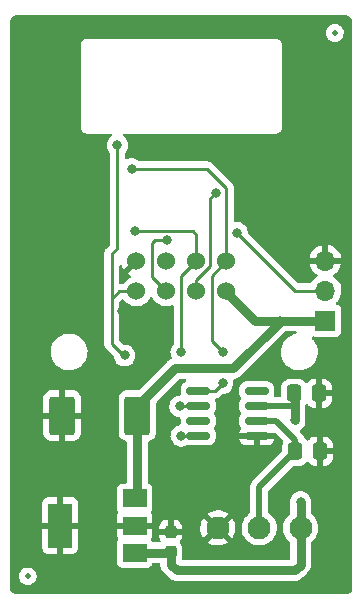
<source format=gbr>
%TF.GenerationSoftware,KiCad,Pcbnew,(6.0.5-0)*%
%TF.CreationDate,2022-06-26T23:43:10+02:00*%
%TF.ProjectId,Fuji-IoT,46756a69-2d49-46f5-942e-6b696361645f,rev?*%
%TF.SameCoordinates,Original*%
%TF.FileFunction,Copper,L1,Top*%
%TF.FilePolarity,Positive*%
%FSLAX46Y46*%
G04 Gerber Fmt 4.6, Leading zero omitted, Abs format (unit mm)*
G04 Created by KiCad (PCBNEW (6.0.5-0)) date 2022-06-26 23:43:10*
%MOMM*%
%LPD*%
G01*
G04 APERTURE LIST*
G04 Aperture macros list*
%AMRoundRect*
0 Rectangle with rounded corners*
0 $1 Rounding radius*
0 $2 $3 $4 $5 $6 $7 $8 $9 X,Y pos of 4 corners*
0 Add a 4 corners polygon primitive as box body*
4,1,4,$2,$3,$4,$5,$6,$7,$8,$9,$2,$3,0*
0 Add four circle primitives for the rounded corners*
1,1,$1+$1,$2,$3*
1,1,$1+$1,$4,$5*
1,1,$1+$1,$6,$7*
1,1,$1+$1,$8,$9*
0 Add four rect primitives between the rounded corners*
20,1,$1+$1,$2,$3,$4,$5,0*
20,1,$1+$1,$4,$5,$6,$7,0*
20,1,$1+$1,$6,$7,$8,$9,0*
20,1,$1+$1,$8,$9,$2,$3,0*%
G04 Aperture macros list end*
%TA.AperFunction,SMDPad,CuDef*%
%ADD10C,0.500000*%
%TD*%
%TA.AperFunction,ComponentPad*%
%ADD11R,1.700000X1.700000*%
%TD*%
%TA.AperFunction,ComponentPad*%
%ADD12O,1.700000X1.700000*%
%TD*%
%TA.AperFunction,SMDPad,CuDef*%
%ADD13RoundRect,0.250000X-0.337500X-0.475000X0.337500X-0.475000X0.337500X0.475000X-0.337500X0.475000X0*%
%TD*%
%TA.AperFunction,ComponentPad*%
%ADD14C,1.524000*%
%TD*%
%TA.AperFunction,SMDPad,CuDef*%
%ADD15R,2.000000X1.500000*%
%TD*%
%TA.AperFunction,SMDPad,CuDef*%
%ADD16R,2.000000X3.800000*%
%TD*%
%TA.AperFunction,SMDPad,CuDef*%
%ADD17RoundRect,0.250001X0.837499X1.399999X-0.837499X1.399999X-0.837499X-1.399999X0.837499X-1.399999X0*%
%TD*%
%TA.AperFunction,ComponentPad*%
%ADD18C,1.950000*%
%TD*%
%TA.AperFunction,SMDPad,CuDef*%
%ADD19RoundRect,0.150000X-0.825000X-0.150000X0.825000X-0.150000X0.825000X0.150000X-0.825000X0.150000X0*%
%TD*%
%TA.AperFunction,SMDPad,CuDef*%
%ADD20RoundRect,0.237500X0.237500X-0.300000X0.237500X0.300000X-0.237500X0.300000X-0.237500X-0.300000X0*%
%TD*%
%TA.AperFunction,ViaPad*%
%ADD21C,0.800000*%
%TD*%
%TA.AperFunction,Conductor*%
%ADD22C,0.250000*%
%TD*%
%TA.AperFunction,Conductor*%
%ADD23C,0.750000*%
%TD*%
%TA.AperFunction,Conductor*%
%ADD24C,0.500000*%
%TD*%
G04 APERTURE END LIST*
D10*
%TO.P,FID2,*%
%TO.N,*%
X41000000Y-76000000D03*
%TD*%
%TO.P,FID1,*%
%TO.N,*%
X67000000Y-30000000D03*
%TD*%
D11*
%TO.P,J1,1,Pin_1*%
%TO.N,3V3*%
X66200000Y-54340000D03*
D12*
%TO.P,J1,2,Pin_2*%
%TO.N,DBG*%
X66200000Y-51800000D03*
%TO.P,J1,3,Pin_3*%
%TO.N,GND*%
X66200000Y-49260000D03*
%TD*%
D13*
%TO.P,C4,2*%
%TO.N,GND*%
X65737500Y-65400000D03*
%TO.P,C4,1*%
%TO.N,Net-(C4-Pad1)*%
X63662500Y-65400000D03*
%TD*%
D14*
%TO.P,U3,1,RX*%
%TO.N,RX*%
X57810000Y-49330000D03*
%TO.P,U3,2,VCC*%
%TO.N,3V3*%
X57810000Y-51870000D03*
%TO.P,U3,3,IO0*%
%TO.N,SLP*%
X55270000Y-49330000D03*
%TO.P,U3,4,RST*%
%TO.N,RST*%
X55270000Y-51870000D03*
%TO.P,U3,5,IO2*%
%TO.N,DBG*%
X52730000Y-49330000D03*
%TO.P,U3,6,CH_PD*%
%TO.N,CH_PD*%
X52730000Y-51870000D03*
%TO.P,U3,7,GND*%
%TO.N,GND*%
X50190000Y-49330000D03*
%TO.P,U3,8,TX*%
%TO.N,TX*%
X50190000Y-51870000D03*
%TD*%
D15*
%TO.P,U1,3,VOUT*%
%TO.N,3V3*%
X50050000Y-69400000D03*
%TO.P,U1,2,GND*%
%TO.N,GND*%
X50050000Y-71700000D03*
D16*
X43750000Y-71700000D03*
D15*
%TO.P,U1,1,VIN*%
%TO.N,VIN*%
X50050000Y-74000000D03*
%TD*%
D13*
%TO.P,C3,2*%
%TO.N,GND*%
X65637500Y-60500000D03*
%TO.P,C3,1*%
%TO.N,VIN*%
X63562500Y-60500000D03*
%TD*%
D17*
%TO.P,C2,2*%
%TO.N,GND*%
X43912500Y-62400000D03*
%TO.P,C2,1*%
%TO.N,3V3*%
X50287500Y-62400000D03*
%TD*%
D18*
%TO.P,J2,1*%
%TO.N,VIN*%
X64100000Y-71900000D03*
%TO.P,J2,2*%
%TO.N,Net-(C4-Pad1)*%
X60600000Y-71900000D03*
%TO.P,J2,3*%
%TO.N,GND*%
X57100000Y-71900000D03*
%TD*%
D19*
%TO.P,U2,8,NC*%
%TO.N,unconnected-(U2-Pad8)*%
X60375000Y-60295000D03*
%TO.P,U2,7,VBAT*%
%TO.N,VIN*%
X60375000Y-61565000D03*
%TO.P,U2,6,LIN*%
%TO.N,Net-(C4-Pad1)*%
X60375000Y-62835000D03*
%TO.P,U2,5,GND*%
%TO.N,GND*%
X60375000Y-64105000D03*
%TO.P,U2,4,TXD*%
%TO.N,TX*%
X55425000Y-64105000D03*
%TO.P,U2,3,NC*%
%TO.N,unconnected-(U2-Pad3)*%
X55425000Y-62835000D03*
%TO.P,U2,2,~{SLP}*%
%TO.N,SLP*%
X55425000Y-61565000D03*
%TO.P,U2,1,RXD*%
%TO.N,RX*%
X55425000Y-60295000D03*
%TD*%
D20*
%TO.P,C1,2*%
%TO.N,GND*%
X53100000Y-72237500D03*
%TO.P,C1,1*%
%TO.N,VIN*%
X53100000Y-73962500D03*
%TD*%
D21*
%TO.N,GND*%
X47100000Y-62400000D03*
X59000000Y-66500000D03*
X53000000Y-66500000D03*
X57900000Y-62500000D03*
X49000000Y-53500000D03*
X51500000Y-53500000D03*
X67500000Y-71500000D03*
X67500000Y-74500000D03*
X67500000Y-62500000D03*
X67500000Y-65500000D03*
X67500000Y-59500000D03*
X67500000Y-68500000D03*
X67500000Y-44500000D03*
X67500000Y-41500000D03*
X67500000Y-32500000D03*
X67500000Y-38500000D03*
X67500000Y-35500000D03*
X65000000Y-29500000D03*
X62000000Y-29500000D03*
X59000000Y-29500000D03*
X56000000Y-29500000D03*
X53000000Y-29500000D03*
X50000000Y-29500000D03*
X47000000Y-29500000D03*
X44000000Y-29500000D03*
X41000000Y-29500000D03*
X41000000Y-68500000D03*
X41000000Y-71500000D03*
X41000000Y-62500000D03*
X41000000Y-65500000D03*
X41000000Y-38500000D03*
X41000000Y-35500000D03*
X41000000Y-53500000D03*
X41000000Y-59500000D03*
X41000000Y-50500000D03*
X41000000Y-47500000D03*
X41000000Y-56500000D03*
X41000000Y-32500000D03*
X41000000Y-44500000D03*
X41000000Y-41500000D03*
%TO.N,CH_PD*%
X52800000Y-47524500D03*
%TO.N,RST*%
X56900000Y-43500000D03*
%TO.N,VIN*%
X63600000Y-62800000D03*
X64100000Y-69700000D03*
%TO.N,3V3*%
X62360000Y-54340000D03*
%TO.N,TX*%
X54000000Y-64100000D03*
X48600000Y-39500000D03*
X49200000Y-57300000D03*
%TO.N,SLP*%
X53900000Y-61600000D03*
X54000000Y-57000000D03*
X50100000Y-46800000D03*
%TO.N,RX*%
X57500000Y-59650000D03*
X49800000Y-41500000D03*
X57500000Y-57000000D03*
%TO.N,DBG*%
X58700000Y-46900000D03*
%TD*%
D22*
%TO.N,DBG*%
X58700000Y-46900000D02*
X63600000Y-51800000D01*
X63600000Y-51800000D02*
X66200000Y-51800000D01*
D23*
%TO.N,3V3*%
X62360000Y-54340000D02*
X66200000Y-54340000D01*
D22*
%TO.N,CH_PD*%
X51500000Y-47800000D02*
X51775500Y-47524500D01*
X51500000Y-50640000D02*
X51500000Y-47800000D01*
X51775500Y-47524500D02*
X52800000Y-47524500D01*
X52730000Y-51870000D02*
X51500000Y-50640000D01*
%TO.N,RST*%
X55270000Y-51870000D02*
X55270000Y-50866560D01*
X55270000Y-50866560D02*
X56400000Y-49736560D01*
X56400000Y-49736560D02*
X56400000Y-44000000D01*
X56400000Y-44000000D02*
X56900000Y-43500000D01*
%TO.N,RX*%
X49800000Y-41500000D02*
X56200000Y-41500000D01*
X56200000Y-41500000D02*
X57810000Y-43110000D01*
X57810000Y-43110000D02*
X57810000Y-49330000D01*
X56600000Y-50540000D02*
X57810000Y-49330000D01*
%TO.N,SLP*%
X55270000Y-47070000D02*
X55270000Y-49330000D01*
X54000000Y-50600000D02*
X55270000Y-49330000D01*
%TO.N,TX*%
X48100000Y-52700000D02*
X48100000Y-52500000D01*
X48100000Y-52500000D02*
X48730000Y-51870000D01*
X48730000Y-51870000D02*
X50190000Y-51870000D01*
D23*
%TO.N,VIN*%
X64100000Y-71900000D02*
X64100000Y-75000000D01*
X63600000Y-60537500D02*
X63562500Y-60500000D01*
X63600000Y-62800000D02*
X63600000Y-61300000D01*
X53600000Y-75500000D02*
X53100000Y-75000000D01*
X63600000Y-75500000D02*
X53600000Y-75500000D01*
X53100000Y-75000000D02*
X53100000Y-73962500D01*
X63600000Y-61300000D02*
X63600000Y-60537500D01*
X53062500Y-74000000D02*
X53100000Y-73962500D01*
X50050000Y-74000000D02*
X53062500Y-74000000D01*
D24*
X60375000Y-61565000D02*
X63335000Y-61565000D01*
D23*
X64100000Y-71900000D02*
X64100000Y-69700000D01*
X64100000Y-75000000D02*
X63600000Y-75500000D01*
D24*
X63335000Y-61565000D02*
X63600000Y-61300000D01*
D23*
%TO.N,3V3*%
X60240000Y-54340000D02*
X57810000Y-51910000D01*
X62360000Y-54440000D02*
X62360000Y-54340000D01*
X53487500Y-58400000D02*
X58300000Y-58400000D01*
X58400000Y-58400000D02*
X62360000Y-54440000D01*
X50287500Y-62400000D02*
X50287500Y-69162500D01*
X62360000Y-54340000D02*
X60240000Y-54340000D01*
X50287500Y-61600000D02*
X53487500Y-58400000D01*
X57810000Y-51910000D02*
X57810000Y-51870000D01*
X50287500Y-69162500D02*
X50050000Y-69400000D01*
D24*
%TO.N,Net-(C4-Pad1)*%
X60600000Y-71900000D02*
X60600000Y-68462500D01*
X63662500Y-64462500D02*
X63662500Y-65400000D01*
X60600000Y-68462500D02*
X63662500Y-65400000D01*
X60375000Y-62835000D02*
X62035000Y-62835000D01*
X62035000Y-62835000D02*
X63662500Y-64462500D01*
D22*
%TO.N,TX*%
X54000000Y-64100000D02*
X55420000Y-64100000D01*
X48100000Y-48700000D02*
X48100000Y-52700000D01*
X48600000Y-39500000D02*
X48600000Y-48200000D01*
X55420000Y-64100000D02*
X55425000Y-64105000D01*
X48600000Y-48200000D02*
X48100000Y-48700000D01*
X49100000Y-57300000D02*
X49200000Y-57300000D01*
X48100000Y-56300000D02*
X49100000Y-57300000D01*
X48100000Y-52700000D02*
X48100000Y-56300000D01*
%TO.N,SLP*%
X55390000Y-61600000D02*
X55425000Y-61565000D01*
X53900000Y-61600000D02*
X55390000Y-61600000D01*
X50100000Y-46800000D02*
X55000000Y-46800000D01*
X54000000Y-57000000D02*
X54000000Y-50600000D01*
X55000000Y-46800000D02*
X55270000Y-47070000D01*
%TO.N,RX*%
X57500000Y-59650000D02*
X56855000Y-60295000D01*
X56855000Y-60295000D02*
X55425000Y-60295000D01*
X56600000Y-56100000D02*
X57500000Y-57000000D01*
X56600000Y-50540000D02*
X56600000Y-56100000D01*
%TD*%
%TA.AperFunction,Conductor*%
%TO.N,GND*%
G36*
X67970018Y-28510000D02*
G01*
X67984852Y-28512310D01*
X67984855Y-28512310D01*
X67993724Y-28513691D01*
X68002626Y-28512527D01*
X68002750Y-28512511D01*
X68033192Y-28512240D01*
X68040621Y-28513077D01*
X68095264Y-28519234D01*
X68122771Y-28525513D01*
X68199853Y-28552485D01*
X68225274Y-28564727D01*
X68294426Y-28608178D01*
X68316485Y-28625770D01*
X68374230Y-28683515D01*
X68391822Y-28705574D01*
X68435273Y-28774726D01*
X68447515Y-28800147D01*
X68474487Y-28877228D01*
X68480766Y-28904736D01*
X68487018Y-28960226D01*
X68486923Y-28975868D01*
X68487800Y-28975879D01*
X68487690Y-28984851D01*
X68486309Y-28993724D01*
X68487473Y-29002626D01*
X68487473Y-29002628D01*
X68490436Y-29025283D01*
X68491500Y-29041621D01*
X68491500Y-76950633D01*
X68490000Y-76970018D01*
X68486309Y-76993724D01*
X68487473Y-77002626D01*
X68487489Y-77002750D01*
X68487760Y-77033192D01*
X68485430Y-77053870D01*
X68480766Y-77095264D01*
X68474487Y-77122771D01*
X68447515Y-77199853D01*
X68435273Y-77225274D01*
X68391822Y-77294426D01*
X68374230Y-77316485D01*
X68316485Y-77374230D01*
X68294426Y-77391822D01*
X68225274Y-77435273D01*
X68199853Y-77447515D01*
X68122772Y-77474487D01*
X68095264Y-77480766D01*
X68039774Y-77487018D01*
X68024132Y-77486923D01*
X68024121Y-77487800D01*
X68015149Y-77487690D01*
X68006276Y-77486309D01*
X67997374Y-77487473D01*
X67997372Y-77487473D01*
X67986385Y-77488910D01*
X67974714Y-77490436D01*
X67958379Y-77491500D01*
X40049367Y-77491500D01*
X40029982Y-77490000D01*
X40015148Y-77487690D01*
X40015145Y-77487690D01*
X40006276Y-77486309D01*
X39997374Y-77487473D01*
X39997250Y-77487489D01*
X39966808Y-77487760D01*
X39946130Y-77485430D01*
X39904736Y-77480766D01*
X39877229Y-77474487D01*
X39800147Y-77447515D01*
X39774726Y-77435273D01*
X39705574Y-77391822D01*
X39683515Y-77374230D01*
X39625770Y-77316485D01*
X39608178Y-77294426D01*
X39564727Y-77225274D01*
X39552485Y-77199853D01*
X39525513Y-77122772D01*
X39519234Y-77095266D01*
X39513170Y-77041451D01*
X39512888Y-77016640D01*
X39513576Y-77012552D01*
X39513729Y-77000000D01*
X39509773Y-76972376D01*
X39508500Y-76954514D01*
X39508500Y-75989455D01*
X40244825Y-75989455D01*
X40245512Y-75996462D01*
X40245512Y-75996465D01*
X40248311Y-76025010D01*
X40261255Y-76157025D01*
X40314402Y-76316791D01*
X40318049Y-76322813D01*
X40318050Y-76322815D01*
X40355742Y-76385051D01*
X40401624Y-76460812D01*
X40406513Y-76465875D01*
X40406514Y-76465876D01*
X40477825Y-76539720D01*
X40518586Y-76581929D01*
X40524483Y-76585788D01*
X40653577Y-76670266D01*
X40653581Y-76670268D01*
X40659475Y-76674125D01*
X40817289Y-76732815D01*
X40824270Y-76733746D01*
X40824272Y-76733747D01*
X40869812Y-76739823D01*
X40984183Y-76755083D01*
X40991194Y-76754445D01*
X40991198Y-76754445D01*
X41144843Y-76740462D01*
X41151864Y-76739823D01*
X41158566Y-76737645D01*
X41158568Y-76737645D01*
X41305298Y-76689970D01*
X41305301Y-76689969D01*
X41311997Y-76687793D01*
X41456623Y-76601578D01*
X41461717Y-76596727D01*
X41461721Y-76596724D01*
X41573454Y-76490322D01*
X41573455Y-76490320D01*
X41578554Y-76485465D01*
X41594934Y-76460812D01*
X41647679Y-76381424D01*
X41671731Y-76345223D01*
X41731521Y-76187823D01*
X41754955Y-76021088D01*
X41755249Y-76000000D01*
X41736481Y-75832676D01*
X41681108Y-75673668D01*
X41591884Y-75530879D01*
X41583235Y-75522169D01*
X41478205Y-75416403D01*
X41478201Y-75416400D01*
X41473242Y-75411406D01*
X41331079Y-75321187D01*
X41172462Y-75264706D01*
X41165474Y-75263873D01*
X41165471Y-75263872D01*
X41057626Y-75251012D01*
X41005273Y-75244769D01*
X40998270Y-75245505D01*
X40998269Y-75245505D01*
X40952712Y-75250293D01*
X40837821Y-75262369D01*
X40831155Y-75264638D01*
X40831152Y-75264639D01*
X40685098Y-75314360D01*
X40685095Y-75314361D01*
X40678431Y-75316630D01*
X40672436Y-75320318D01*
X40672432Y-75320320D01*
X40541021Y-75401165D01*
X40541019Y-75401167D01*
X40535022Y-75404856D01*
X40517803Y-75421718D01*
X40454368Y-75483839D01*
X40414724Y-75522661D01*
X40323515Y-75664190D01*
X40321105Y-75670810D01*
X40321104Y-75670813D01*
X40294721Y-75743300D01*
X40265927Y-75822409D01*
X40244825Y-75989455D01*
X39508500Y-75989455D01*
X39508500Y-74798134D01*
X48541500Y-74798134D01*
X48548255Y-74860316D01*
X48599385Y-74996705D01*
X48686739Y-75113261D01*
X48803295Y-75200615D01*
X48939684Y-75251745D01*
X49001866Y-75258500D01*
X51098134Y-75258500D01*
X51160316Y-75251745D01*
X51296705Y-75200615D01*
X51413261Y-75113261D01*
X51500615Y-74996705D01*
X51503769Y-74988293D01*
X51512401Y-74965269D01*
X51555043Y-74908505D01*
X51621605Y-74883806D01*
X51630382Y-74883500D01*
X52089612Y-74883500D01*
X52157733Y-74903502D01*
X52204226Y-74957158D01*
X52215439Y-75002906D01*
X52216327Y-75019851D01*
X52216500Y-75026445D01*
X52216500Y-75046306D01*
X52216844Y-75049577D01*
X52218576Y-75066059D01*
X52219093Y-75072628D01*
X52222570Y-75138971D01*
X52226042Y-75151929D01*
X52229645Y-75171372D01*
X52231046Y-75184702D01*
X52251578Y-75247894D01*
X52253444Y-75254196D01*
X52267773Y-75307672D01*
X52270638Y-75318363D01*
X52273634Y-75324242D01*
X52273637Y-75324251D01*
X52276728Y-75330317D01*
X52284292Y-75348579D01*
X52286392Y-75355043D01*
X52286395Y-75355051D01*
X52288436Y-75361331D01*
X52291738Y-75367050D01*
X52291740Y-75367055D01*
X52321654Y-75418867D01*
X52324787Y-75424637D01*
X52354953Y-75483839D01*
X52359106Y-75488967D01*
X52359109Y-75488971D01*
X52363391Y-75494259D01*
X52374589Y-75510552D01*
X52381296Y-75522169D01*
X52385713Y-75527075D01*
X52385717Y-75527080D01*
X52425747Y-75571538D01*
X52430031Y-75576554D01*
X52440441Y-75589409D01*
X52442528Y-75591986D01*
X52456573Y-75606031D01*
X52461105Y-75610806D01*
X52505566Y-75660185D01*
X52510905Y-75664064D01*
X52510906Y-75664065D01*
X52516420Y-75668071D01*
X52531453Y-75680911D01*
X52919088Y-76068545D01*
X52931929Y-76083580D01*
X52939815Y-76094434D01*
X52944724Y-76098854D01*
X52944726Y-76098856D01*
X52989194Y-76138895D01*
X52993970Y-76143427D01*
X53008015Y-76157472D01*
X53010575Y-76159545D01*
X53010576Y-76159546D01*
X53023443Y-76169966D01*
X53028453Y-76174246D01*
X53072921Y-76214284D01*
X53072926Y-76214288D01*
X53077831Y-76218704D01*
X53083543Y-76222002D01*
X53083546Y-76222004D01*
X53089446Y-76225410D01*
X53105741Y-76236609D01*
X53116161Y-76245047D01*
X53175363Y-76275213D01*
X53181133Y-76278346D01*
X53232945Y-76308260D01*
X53232950Y-76308262D01*
X53238669Y-76311564D01*
X53244949Y-76313605D01*
X53244957Y-76313608D01*
X53251421Y-76315708D01*
X53269683Y-76323272D01*
X53275749Y-76326363D01*
X53275758Y-76326366D01*
X53281637Y-76329362D01*
X53288015Y-76331071D01*
X53345804Y-76346556D01*
X53352106Y-76348422D01*
X53415298Y-76368954D01*
X53428205Y-76370311D01*
X53428628Y-76370355D01*
X53448071Y-76373958D01*
X53461029Y-76377430D01*
X53467619Y-76377775D01*
X53467623Y-76377776D01*
X53511573Y-76380079D01*
X53527372Y-76380907D01*
X53533931Y-76381423D01*
X53553694Y-76383500D01*
X53573555Y-76383500D01*
X53580150Y-76383673D01*
X53639902Y-76386805D01*
X53639906Y-76386805D01*
X53646493Y-76387150D01*
X53659747Y-76385051D01*
X53679456Y-76383500D01*
X63520543Y-76383500D01*
X63540255Y-76385051D01*
X63553507Y-76387150D01*
X63560094Y-76386805D01*
X63560098Y-76386805D01*
X63619850Y-76383673D01*
X63626445Y-76383500D01*
X63646306Y-76383500D01*
X63666069Y-76381423D01*
X63672628Y-76380907D01*
X63688427Y-76380079D01*
X63732377Y-76377776D01*
X63732381Y-76377775D01*
X63738971Y-76377430D01*
X63751929Y-76373958D01*
X63771372Y-76370355D01*
X63771795Y-76370311D01*
X63784702Y-76368954D01*
X63847894Y-76348422D01*
X63854196Y-76346556D01*
X63911985Y-76331071D01*
X63918363Y-76329362D01*
X63924242Y-76326366D01*
X63924251Y-76326363D01*
X63930317Y-76323272D01*
X63948579Y-76315708D01*
X63955043Y-76313608D01*
X63955051Y-76313605D01*
X63961331Y-76311564D01*
X63967050Y-76308262D01*
X63967055Y-76308260D01*
X64018867Y-76278346D01*
X64024637Y-76275213D01*
X64083839Y-76245047D01*
X64094259Y-76236609D01*
X64110552Y-76225411D01*
X64110903Y-76225209D01*
X64122169Y-76218704D01*
X64127075Y-76214287D01*
X64127080Y-76214283D01*
X64171538Y-76174253D01*
X64176554Y-76169969D01*
X64189409Y-76159559D01*
X64189412Y-76159556D01*
X64191986Y-76157472D01*
X64206031Y-76143427D01*
X64210816Y-76138886D01*
X64255276Y-76098854D01*
X64260185Y-76094434D01*
X64268071Y-76083580D01*
X64280911Y-76068547D01*
X64668545Y-75680912D01*
X64683581Y-75668070D01*
X64684100Y-75667693D01*
X64694434Y-75660185D01*
X64738895Y-75610806D01*
X64743436Y-75606021D01*
X64757472Y-75591985D01*
X64769966Y-75576557D01*
X64774246Y-75571547D01*
X64814284Y-75527079D01*
X64814288Y-75527074D01*
X64818704Y-75522169D01*
X64825411Y-75510552D01*
X64836610Y-75494258D01*
X64840894Y-75488967D01*
X64845047Y-75483839D01*
X64875213Y-75424637D01*
X64878346Y-75418867D01*
X64908260Y-75367055D01*
X64908262Y-75367050D01*
X64911564Y-75361331D01*
X64913605Y-75355051D01*
X64913608Y-75355043D01*
X64915708Y-75348579D01*
X64923272Y-75330317D01*
X64926363Y-75324251D01*
X64926366Y-75324242D01*
X64929362Y-75318363D01*
X64932227Y-75307672D01*
X64946556Y-75254196D01*
X64948422Y-75247894D01*
X64968954Y-75184702D01*
X64970355Y-75171372D01*
X64973958Y-75151929D01*
X64977430Y-75138971D01*
X64980907Y-75072628D01*
X64981424Y-75066059D01*
X64983156Y-75049577D01*
X64983500Y-75046306D01*
X64983500Y-75026445D01*
X64983673Y-75019850D01*
X64986805Y-74960098D01*
X64986805Y-74960094D01*
X64987150Y-74953507D01*
X64985051Y-74940253D01*
X64983500Y-74920544D01*
X64983500Y-73157020D01*
X65003502Y-73088899D01*
X65036331Y-73054442D01*
X65056612Y-73039976D01*
X65056619Y-73039970D01*
X65060818Y-73036975D01*
X65233614Y-72864781D01*
X65375966Y-72666677D01*
X65378387Y-72661780D01*
X65481756Y-72452626D01*
X65481757Y-72452624D01*
X65484050Y-72447984D01*
X65539786Y-72264539D01*
X65553462Y-72219527D01*
X65553463Y-72219521D01*
X65554966Y-72214575D01*
X65571886Y-72086054D01*
X65586370Y-71976038D01*
X65586370Y-71976034D01*
X65586807Y-71972717D01*
X65587224Y-71955671D01*
X65588502Y-71903365D01*
X65588502Y-71903361D01*
X65588584Y-71900000D01*
X65568596Y-71656876D01*
X65509167Y-71420280D01*
X65437277Y-71254944D01*
X65413954Y-71201305D01*
X65413952Y-71201302D01*
X65411894Y-71196568D01*
X65318888Y-71052802D01*
X65282200Y-70996091D01*
X65282198Y-70996088D01*
X65279390Y-70991748D01*
X65200757Y-70905331D01*
X65118690Y-70815141D01*
X65118688Y-70815140D01*
X65115212Y-70811319D01*
X65111161Y-70808120D01*
X65111157Y-70808116D01*
X65069147Y-70774939D01*
X65031407Y-70745134D01*
X64990345Y-70687218D01*
X64983500Y-70646253D01*
X64983500Y-69940790D01*
X64989667Y-69901854D01*
X64991502Y-69896206D01*
X64993542Y-69889928D01*
X65008406Y-69748510D01*
X65012814Y-69706565D01*
X65013504Y-69700000D01*
X64993542Y-69510072D01*
X64934527Y-69328444D01*
X64916890Y-69297895D01*
X64842341Y-69168774D01*
X64839040Y-69163056D01*
X64711253Y-69021134D01*
X64556752Y-68908882D01*
X64550724Y-68906198D01*
X64550722Y-68906197D01*
X64388319Y-68833891D01*
X64388318Y-68833891D01*
X64382288Y-68831206D01*
X64288888Y-68811353D01*
X64201944Y-68792872D01*
X64201939Y-68792872D01*
X64195487Y-68791500D01*
X64004513Y-68791500D01*
X63998061Y-68792872D01*
X63998056Y-68792872D01*
X63911112Y-68811353D01*
X63817712Y-68831206D01*
X63811682Y-68833891D01*
X63811681Y-68833891D01*
X63649278Y-68906197D01*
X63649276Y-68906198D01*
X63643248Y-68908882D01*
X63488747Y-69021134D01*
X63360960Y-69163056D01*
X63357659Y-69168774D01*
X63283111Y-69297895D01*
X63265473Y-69328444D01*
X63206458Y-69510072D01*
X63186496Y-69700000D01*
X63187186Y-69706565D01*
X63191595Y-69748510D01*
X63206458Y-69889928D01*
X63208498Y-69896206D01*
X63210333Y-69901854D01*
X63216500Y-69940790D01*
X63216500Y-70645188D01*
X63196498Y-70713309D01*
X63166154Y-70745947D01*
X63111690Y-70786840D01*
X62943153Y-70963204D01*
X62940239Y-70967476D01*
X62940238Y-70967477D01*
X62920719Y-70996091D01*
X62805684Y-71164726D01*
X62788705Y-71201305D01*
X62721806Y-71345426D01*
X62702974Y-71385995D01*
X62637783Y-71621067D01*
X62611860Y-71863631D01*
X62612157Y-71868783D01*
X62612157Y-71868787D01*
X62618772Y-71983500D01*
X62625903Y-72107171D01*
X62627040Y-72112217D01*
X62627041Y-72112223D01*
X62650107Y-72214575D01*
X62679533Y-72345147D01*
X62681475Y-72349929D01*
X62681476Y-72349933D01*
X62763670Y-72552351D01*
X62771311Y-72571169D01*
X62898772Y-72779166D01*
X63058492Y-72963553D01*
X63062467Y-72966853D01*
X63062470Y-72966856D01*
X63170985Y-73056947D01*
X63210620Y-73115850D01*
X63216500Y-73153891D01*
X63216500Y-74490500D01*
X63196498Y-74558621D01*
X63142842Y-74605114D01*
X63090500Y-74616500D01*
X54180618Y-74616500D01*
X54112497Y-74596498D01*
X54066004Y-74542842D01*
X54055900Y-74472568D01*
X54061023Y-74450839D01*
X54072974Y-74414809D01*
X54083500Y-74312072D01*
X54083500Y-73612928D01*
X54072707Y-73508907D01*
X54017654Y-73343893D01*
X53926116Y-73195969D01*
X53918861Y-73188726D01*
X53917895Y-73186962D01*
X53916387Y-73185059D01*
X53916713Y-73184801D01*
X53884781Y-73126446D01*
X53885475Y-73116624D01*
X56248621Y-73116624D01*
X56252988Y-73122774D01*
X56452563Y-73239397D01*
X56461846Y-73243844D01*
X56680007Y-73327152D01*
X56689905Y-73330028D01*
X56918744Y-73376585D01*
X56928972Y-73377804D01*
X57162340Y-73386362D01*
X57172626Y-73385895D01*
X57404262Y-73356222D01*
X57414340Y-73354080D01*
X57638014Y-73286974D01*
X57647612Y-73283212D01*
X57857324Y-73180476D01*
X57866169Y-73175203D01*
X57938869Y-73123347D01*
X57947270Y-73112646D01*
X57940283Y-73099493D01*
X57112812Y-72272022D01*
X57098868Y-72264408D01*
X57097035Y-72264539D01*
X57090420Y-72268790D01*
X56255881Y-73103329D01*
X56248621Y-73116624D01*
X53885475Y-73116624D01*
X53889782Y-73055625D01*
X53918708Y-73010530D01*
X53921364Y-73007869D01*
X53930375Y-72996460D01*
X54013912Y-72860937D01*
X54020056Y-72847759D01*
X54070315Y-72696234D01*
X54073181Y-72682868D01*
X54082672Y-72590230D01*
X54083000Y-72583815D01*
X54083000Y-72509615D01*
X54078525Y-72494376D01*
X54077135Y-72493171D01*
X54069452Y-72491500D01*
X52135115Y-72491500D01*
X52119876Y-72495975D01*
X52118671Y-72497365D01*
X52117000Y-72505048D01*
X52117000Y-72583766D01*
X52117337Y-72590282D01*
X52127075Y-72684132D01*
X52129968Y-72697528D01*
X52180488Y-72848953D01*
X52186653Y-72862115D01*
X52225071Y-72924198D01*
X52243908Y-72992650D01*
X52222746Y-73060419D01*
X52168305Y-73105990D01*
X52117926Y-73116500D01*
X51630382Y-73116500D01*
X51562261Y-73096498D01*
X51515768Y-73042842D01*
X51512401Y-73034731D01*
X51503769Y-73011707D01*
X51503767Y-73011703D01*
X51500615Y-73003295D01*
X51442047Y-72925148D01*
X51417199Y-72858642D01*
X51432252Y-72789259D01*
X51442047Y-72774018D01*
X51494786Y-72703648D01*
X51503324Y-72688054D01*
X51548478Y-72567606D01*
X51552105Y-72552351D01*
X51557631Y-72501486D01*
X51558000Y-72494672D01*
X51558000Y-71972115D01*
X51556024Y-71965385D01*
X52117000Y-71965385D01*
X52121475Y-71980624D01*
X52122865Y-71981829D01*
X52130548Y-71983500D01*
X52827885Y-71983500D01*
X52843124Y-71979025D01*
X52844329Y-71977635D01*
X52846000Y-71969952D01*
X52846000Y-71965385D01*
X53354000Y-71965385D01*
X53358475Y-71980624D01*
X53359865Y-71981829D01*
X53367548Y-71983500D01*
X54064885Y-71983500D01*
X54080124Y-71979025D01*
X54081329Y-71977635D01*
X54083000Y-71969952D01*
X54083000Y-71891234D01*
X54082663Y-71884718D01*
X54081011Y-71868799D01*
X55612658Y-71868799D01*
X55626102Y-72101942D01*
X55627535Y-72112144D01*
X55678873Y-72339949D01*
X55681956Y-72349789D01*
X55769814Y-72566156D01*
X55774457Y-72575347D01*
X55875555Y-72740325D01*
X55886011Y-72749785D01*
X55894789Y-72746001D01*
X56727978Y-71912812D01*
X56734356Y-71901132D01*
X57464408Y-71901132D01*
X57464539Y-71902965D01*
X57468790Y-71909580D01*
X58300045Y-72740835D01*
X58312055Y-72747394D01*
X58323794Y-72738426D01*
X58372518Y-72670619D01*
X58377829Y-72661780D01*
X58481291Y-72452442D01*
X58485089Y-72442849D01*
X58552974Y-72219413D01*
X58555151Y-72209343D01*
X58585869Y-71976015D01*
X58586388Y-71969340D01*
X58588001Y-71903364D01*
X58587807Y-71896647D01*
X58568525Y-71662108D01*
X58566842Y-71651946D01*
X58509952Y-71425453D01*
X58506634Y-71415706D01*
X58413513Y-71201542D01*
X58408646Y-71192467D01*
X58323465Y-71060796D01*
X58312779Y-71051593D01*
X58303214Y-71055996D01*
X57472022Y-71887188D01*
X57464408Y-71901132D01*
X56734356Y-71901132D01*
X56735592Y-71898868D01*
X56735461Y-71897035D01*
X56731210Y-71890420D01*
X55899892Y-71059102D01*
X55888356Y-71052802D01*
X55876073Y-71062426D01*
X55809036Y-71160698D01*
X55803943Y-71169662D01*
X55705619Y-71381483D01*
X55702062Y-71391151D01*
X55639657Y-71616178D01*
X55637726Y-71626298D01*
X55612910Y-71858510D01*
X55612658Y-71868799D01*
X54081011Y-71868799D01*
X54072925Y-71790868D01*
X54070032Y-71777472D01*
X54019512Y-71626047D01*
X54013347Y-71612885D01*
X53929574Y-71477508D01*
X53920540Y-71466110D01*
X53807871Y-71353637D01*
X53796460Y-71344625D01*
X53660937Y-71261088D01*
X53647759Y-71254944D01*
X53496234Y-71204685D01*
X53482868Y-71201819D01*
X53390230Y-71192328D01*
X53383815Y-71192000D01*
X53372115Y-71192000D01*
X53356876Y-71196475D01*
X53355671Y-71197865D01*
X53354000Y-71205548D01*
X53354000Y-71965385D01*
X52846000Y-71965385D01*
X52846000Y-71210115D01*
X52841525Y-71194876D01*
X52840135Y-71193671D01*
X52832452Y-71192000D01*
X52816234Y-71192000D01*
X52809718Y-71192337D01*
X52715868Y-71202075D01*
X52702472Y-71204968D01*
X52551047Y-71255488D01*
X52537885Y-71261653D01*
X52402508Y-71345426D01*
X52391110Y-71354460D01*
X52278637Y-71467129D01*
X52269625Y-71478540D01*
X52186088Y-71614063D01*
X52179944Y-71627241D01*
X52129685Y-71778766D01*
X52126819Y-71792132D01*
X52117328Y-71884770D01*
X52117000Y-71891185D01*
X52117000Y-71965385D01*
X51556024Y-71965385D01*
X51553525Y-71956876D01*
X51552135Y-71955671D01*
X51544452Y-71954000D01*
X48560116Y-71954000D01*
X48544877Y-71958475D01*
X48543672Y-71959865D01*
X48542001Y-71967548D01*
X48542001Y-72494669D01*
X48542371Y-72501490D01*
X48547895Y-72552352D01*
X48551521Y-72567604D01*
X48596676Y-72688054D01*
X48605214Y-72703648D01*
X48657953Y-72774018D01*
X48682801Y-72840524D01*
X48667748Y-72909907D01*
X48657953Y-72925148D01*
X48599385Y-73003295D01*
X48548255Y-73139684D01*
X48541500Y-73201866D01*
X48541500Y-74798134D01*
X39508500Y-74798134D01*
X39508500Y-73644669D01*
X42242001Y-73644669D01*
X42242371Y-73651490D01*
X42247895Y-73702352D01*
X42251521Y-73717604D01*
X42296676Y-73838054D01*
X42305214Y-73853649D01*
X42381715Y-73955724D01*
X42394276Y-73968285D01*
X42496351Y-74044786D01*
X42511946Y-74053324D01*
X42632394Y-74098478D01*
X42647649Y-74102105D01*
X42698514Y-74107631D01*
X42705328Y-74108000D01*
X43477885Y-74108000D01*
X43493124Y-74103525D01*
X43494329Y-74102135D01*
X43496000Y-74094452D01*
X43496000Y-74089884D01*
X44004000Y-74089884D01*
X44008475Y-74105123D01*
X44009865Y-74106328D01*
X44017548Y-74107999D01*
X44794669Y-74107999D01*
X44801490Y-74107629D01*
X44852352Y-74102105D01*
X44867604Y-74098479D01*
X44988054Y-74053324D01*
X45003649Y-74044786D01*
X45105724Y-73968285D01*
X45118285Y-73955724D01*
X45194786Y-73853649D01*
X45203324Y-73838054D01*
X45248478Y-73717606D01*
X45252105Y-73702351D01*
X45257631Y-73651486D01*
X45258000Y-73644672D01*
X45258000Y-71972115D01*
X45253525Y-71956876D01*
X45252135Y-71955671D01*
X45244452Y-71954000D01*
X44022115Y-71954000D01*
X44006876Y-71958475D01*
X44005671Y-71959865D01*
X44004000Y-71967548D01*
X44004000Y-74089884D01*
X43496000Y-74089884D01*
X43496000Y-71972115D01*
X43491525Y-71956876D01*
X43490135Y-71955671D01*
X43482452Y-71954000D01*
X42260116Y-71954000D01*
X42244877Y-71958475D01*
X42243672Y-71959865D01*
X42242001Y-71967548D01*
X42242001Y-73644669D01*
X39508500Y-73644669D01*
X39508500Y-71427885D01*
X42242000Y-71427885D01*
X42246475Y-71443124D01*
X42247865Y-71444329D01*
X42255548Y-71446000D01*
X43477885Y-71446000D01*
X43493124Y-71441525D01*
X43494329Y-71440135D01*
X43496000Y-71432452D01*
X43496000Y-71427885D01*
X44004000Y-71427885D01*
X44008475Y-71443124D01*
X44009865Y-71444329D01*
X44017548Y-71446000D01*
X45239884Y-71446000D01*
X45255123Y-71441525D01*
X45256328Y-71440135D01*
X45257999Y-71432452D01*
X45257999Y-69755331D01*
X45257629Y-69748510D01*
X45252105Y-69697648D01*
X45248479Y-69682396D01*
X45203324Y-69561946D01*
X45194786Y-69546351D01*
X45118285Y-69444276D01*
X45105724Y-69431715D01*
X45003649Y-69355214D01*
X44988054Y-69346676D01*
X44867606Y-69301522D01*
X44852351Y-69297895D01*
X44801486Y-69292369D01*
X44794672Y-69292000D01*
X44022115Y-69292000D01*
X44006876Y-69296475D01*
X44005671Y-69297865D01*
X44004000Y-69305548D01*
X44004000Y-71427885D01*
X43496000Y-71427885D01*
X43496000Y-69310116D01*
X43491525Y-69294877D01*
X43490135Y-69293672D01*
X43482452Y-69292001D01*
X42705331Y-69292001D01*
X42698510Y-69292371D01*
X42647648Y-69297895D01*
X42632396Y-69301521D01*
X42511946Y-69346676D01*
X42496351Y-69355214D01*
X42394276Y-69431715D01*
X42381715Y-69444276D01*
X42305214Y-69546351D01*
X42296676Y-69561946D01*
X42251522Y-69682394D01*
X42247895Y-69697649D01*
X42242369Y-69748514D01*
X42242000Y-69755328D01*
X42242000Y-71427885D01*
X39508500Y-71427885D01*
X39508500Y-63847096D01*
X42317000Y-63847096D01*
X42317337Y-63853611D01*
X42327256Y-63949203D01*
X42330150Y-63962602D01*
X42381588Y-64116783D01*
X42387762Y-64129962D01*
X42473063Y-64267807D01*
X42482099Y-64279208D01*
X42596830Y-64393739D01*
X42608241Y-64402751D01*
X42746245Y-64487818D01*
X42759423Y-64493962D01*
X42913716Y-64545139D01*
X42927081Y-64548005D01*
X43021439Y-64557672D01*
X43027855Y-64558000D01*
X43640385Y-64558000D01*
X43655624Y-64553525D01*
X43656829Y-64552135D01*
X43658500Y-64544452D01*
X43658500Y-64539885D01*
X44166500Y-64539885D01*
X44170975Y-64555124D01*
X44172365Y-64556329D01*
X44180048Y-64558000D01*
X44797096Y-64558000D01*
X44803611Y-64557663D01*
X44899203Y-64547744D01*
X44912602Y-64544850D01*
X45066783Y-64493412D01*
X45079962Y-64487238D01*
X45217807Y-64401937D01*
X45229208Y-64392901D01*
X45343739Y-64278170D01*
X45352751Y-64266759D01*
X45437818Y-64128755D01*
X45443962Y-64115577D01*
X45495139Y-63961284D01*
X45498005Y-63947919D01*
X45507672Y-63853561D01*
X45508000Y-63847145D01*
X45508000Y-62672115D01*
X45503525Y-62656876D01*
X45502135Y-62655671D01*
X45494452Y-62654000D01*
X44184615Y-62654000D01*
X44169376Y-62658475D01*
X44168171Y-62659865D01*
X44166500Y-62667548D01*
X44166500Y-64539885D01*
X43658500Y-64539885D01*
X43658500Y-62672115D01*
X43654025Y-62656876D01*
X43652635Y-62655671D01*
X43644952Y-62654000D01*
X42335115Y-62654000D01*
X42319876Y-62658475D01*
X42318671Y-62659865D01*
X42317000Y-62667548D01*
X42317000Y-63847096D01*
X39508500Y-63847096D01*
X39508500Y-62127885D01*
X42317000Y-62127885D01*
X42321475Y-62143124D01*
X42322865Y-62144329D01*
X42330548Y-62146000D01*
X43640385Y-62146000D01*
X43655624Y-62141525D01*
X43656829Y-62140135D01*
X43658500Y-62132452D01*
X43658500Y-62127885D01*
X44166500Y-62127885D01*
X44170975Y-62143124D01*
X44172365Y-62144329D01*
X44180048Y-62146000D01*
X45489885Y-62146000D01*
X45505124Y-62141525D01*
X45506329Y-62140135D01*
X45508000Y-62132452D01*
X45508000Y-60952904D01*
X45507663Y-60946389D01*
X45497744Y-60850797D01*
X45494850Y-60837398D01*
X45443412Y-60683217D01*
X45437238Y-60670038D01*
X45351937Y-60532193D01*
X45342901Y-60520792D01*
X45228170Y-60406261D01*
X45216759Y-60397249D01*
X45078755Y-60312182D01*
X45065577Y-60306038D01*
X44911284Y-60254861D01*
X44897919Y-60251995D01*
X44803561Y-60242328D01*
X44797144Y-60242000D01*
X44184615Y-60242000D01*
X44169376Y-60246475D01*
X44168171Y-60247865D01*
X44166500Y-60255548D01*
X44166500Y-62127885D01*
X43658500Y-62127885D01*
X43658500Y-60260115D01*
X43654025Y-60244876D01*
X43652635Y-60243671D01*
X43644952Y-60242000D01*
X43027904Y-60242000D01*
X43021389Y-60242337D01*
X42925797Y-60252256D01*
X42912398Y-60255150D01*
X42758217Y-60306588D01*
X42745038Y-60312762D01*
X42607193Y-60398063D01*
X42595792Y-60407099D01*
X42481261Y-60521830D01*
X42472249Y-60533241D01*
X42387182Y-60671245D01*
X42381038Y-60684423D01*
X42329861Y-60838716D01*
X42326995Y-60852081D01*
X42317328Y-60946439D01*
X42317000Y-60952856D01*
X42317000Y-62127885D01*
X39508500Y-62127885D01*
X39508500Y-57054568D01*
X42937382Y-57054568D01*
X42937963Y-57059588D01*
X42937963Y-57059592D01*
X42948787Y-57153133D01*
X42966208Y-57303699D01*
X42967587Y-57308573D01*
X42967588Y-57308577D01*
X43033116Y-57540148D01*
X43034494Y-57545017D01*
X43036628Y-57549592D01*
X43036630Y-57549599D01*
X43138347Y-57767731D01*
X43140484Y-57772313D01*
X43143326Y-57776494D01*
X43143326Y-57776495D01*
X43278605Y-57975552D01*
X43278608Y-57975556D01*
X43281451Y-57979739D01*
X43284928Y-57983416D01*
X43284929Y-57983417D01*
X43383106Y-58087237D01*
X43453767Y-58161959D01*
X43457793Y-58165037D01*
X43457794Y-58165038D01*
X43648981Y-58311212D01*
X43648985Y-58311215D01*
X43653001Y-58314285D01*
X43874026Y-58432797D01*
X43878807Y-58434443D01*
X43878811Y-58434445D01*
X44104538Y-58512169D01*
X44111156Y-58514448D01*
X44214689Y-58532331D01*
X44354380Y-58556460D01*
X44354386Y-58556461D01*
X44358290Y-58557135D01*
X44362251Y-58557315D01*
X44362252Y-58557315D01*
X44386931Y-58558436D01*
X44386950Y-58558436D01*
X44388350Y-58558500D01*
X44563015Y-58558500D01*
X44565523Y-58558298D01*
X44565528Y-58558298D01*
X44744944Y-58543863D01*
X44744949Y-58543862D01*
X44749985Y-58543457D01*
X44754893Y-58542252D01*
X44754896Y-58542251D01*
X44988625Y-58484841D01*
X44993539Y-58483634D01*
X44998191Y-58481659D01*
X44998195Y-58481658D01*
X45219741Y-58387617D01*
X45219742Y-58387617D01*
X45224396Y-58385641D01*
X45436615Y-58252000D01*
X45624738Y-58086147D01*
X45783924Y-57892351D01*
X45910078Y-57675596D01*
X45914042Y-57665271D01*
X45998143Y-57446181D01*
X45999955Y-57441461D01*
X46001002Y-57436453D01*
X46050206Y-57200921D01*
X46051241Y-57195967D01*
X46051516Y-57189928D01*
X46057662Y-57054568D01*
X46062618Y-56945432D01*
X46060653Y-56928444D01*
X46042700Y-56773288D01*
X46033792Y-56696301D01*
X46032395Y-56691362D01*
X45966884Y-56459852D01*
X45966883Y-56459850D01*
X45965506Y-56454983D01*
X45963372Y-56450408D01*
X45963370Y-56450401D01*
X45861653Y-56232269D01*
X45861651Y-56232265D01*
X45859516Y-56227687D01*
X45844911Y-56206197D01*
X45721395Y-56024448D01*
X45721392Y-56024444D01*
X45718549Y-56020261D01*
X45685588Y-55985405D01*
X45549713Y-55841721D01*
X45546233Y-55838041D01*
X45542206Y-55834962D01*
X45351019Y-55688788D01*
X45351015Y-55688785D01*
X45346999Y-55685715D01*
X45262888Y-55640615D01*
X45130435Y-55569595D01*
X45125974Y-55567203D01*
X45121193Y-55565557D01*
X45121189Y-55565555D01*
X44893633Y-55487201D01*
X44888844Y-55485552D01*
X44785311Y-55467669D01*
X44645620Y-55443540D01*
X44645614Y-55443539D01*
X44641710Y-55442865D01*
X44637749Y-55442685D01*
X44637748Y-55442685D01*
X44613069Y-55441564D01*
X44613050Y-55441564D01*
X44611650Y-55441500D01*
X44436985Y-55441500D01*
X44434477Y-55441702D01*
X44434472Y-55441702D01*
X44255056Y-55456137D01*
X44255051Y-55456138D01*
X44250015Y-55456543D01*
X44245107Y-55457748D01*
X44245104Y-55457749D01*
X44029366Y-55510740D01*
X44006461Y-55516366D01*
X44001809Y-55518341D01*
X44001805Y-55518342D01*
X43881061Y-55569595D01*
X43775604Y-55614359D01*
X43563385Y-55748000D01*
X43375262Y-55913853D01*
X43216076Y-56107649D01*
X43089922Y-56324404D01*
X43088109Y-56329127D01*
X43088108Y-56329129D01*
X43063639Y-56392872D01*
X43000045Y-56558539D01*
X42999012Y-56563485D01*
X42999010Y-56563491D01*
X42980247Y-56653307D01*
X42948759Y-56804033D01*
X42948530Y-56809082D01*
X42948529Y-56809088D01*
X42946159Y-56861288D01*
X42937382Y-57054568D01*
X39508500Y-57054568D01*
X39508500Y-38069721D01*
X45491024Y-38069721D01*
X45493491Y-38078352D01*
X45499150Y-38098153D01*
X45502728Y-38114915D01*
X45506920Y-38144187D01*
X45510634Y-38152355D01*
X45510634Y-38152356D01*
X45517548Y-38167562D01*
X45523996Y-38185086D01*
X45531051Y-38209771D01*
X45535843Y-38217365D01*
X45535844Y-38217368D01*
X45546830Y-38234780D01*
X45554969Y-38249863D01*
X45567208Y-38276782D01*
X45573069Y-38283584D01*
X45583970Y-38296235D01*
X45595073Y-38311239D01*
X45608776Y-38332958D01*
X45615501Y-38338897D01*
X45615504Y-38338901D01*
X45630938Y-38352532D01*
X45642982Y-38364724D01*
X45656427Y-38380327D01*
X45656430Y-38380329D01*
X45662287Y-38387127D01*
X45669816Y-38392007D01*
X45669817Y-38392008D01*
X45683835Y-38401094D01*
X45698709Y-38412385D01*
X45711217Y-38423431D01*
X45717951Y-38429378D01*
X45744711Y-38441942D01*
X45759691Y-38450263D01*
X45776983Y-38461471D01*
X45776988Y-38461473D01*
X45784515Y-38466352D01*
X45793108Y-38468922D01*
X45793113Y-38468924D01*
X45809120Y-38473711D01*
X45826564Y-38480372D01*
X45841676Y-38487467D01*
X45841678Y-38487468D01*
X45849800Y-38491281D01*
X45858667Y-38492662D01*
X45858668Y-38492662D01*
X45861353Y-38493080D01*
X45879017Y-38495830D01*
X45895732Y-38499613D01*
X45915466Y-38505515D01*
X45915472Y-38505516D01*
X45924066Y-38508086D01*
X45933037Y-38508141D01*
X45933038Y-38508141D01*
X45943097Y-38508202D01*
X45958506Y-38508296D01*
X45959289Y-38508329D01*
X45960386Y-38508500D01*
X45991377Y-38508500D01*
X45992147Y-38508502D01*
X46065785Y-38508952D01*
X46065786Y-38508952D01*
X46069721Y-38508976D01*
X46071065Y-38508592D01*
X46072410Y-38508500D01*
X48031262Y-38508500D01*
X48099383Y-38528502D01*
X48145876Y-38582158D01*
X48155980Y-38652432D01*
X48126486Y-38717012D01*
X48105323Y-38736436D01*
X47988747Y-38821134D01*
X47860960Y-38963056D01*
X47765473Y-39128444D01*
X47706458Y-39310072D01*
X47686496Y-39500000D01*
X47706458Y-39689928D01*
X47765473Y-39871556D01*
X47860960Y-40036944D01*
X47934137Y-40118215D01*
X47964853Y-40182221D01*
X47966500Y-40202524D01*
X47966500Y-47885405D01*
X47946498Y-47953526D01*
X47929596Y-47974500D01*
X47799553Y-48104542D01*
X47707742Y-48196353D01*
X47699463Y-48203887D01*
X47692982Y-48208000D01*
X47672153Y-48230181D01*
X47646357Y-48257651D01*
X47643602Y-48260493D01*
X47623865Y-48280230D01*
X47621385Y-48283427D01*
X47613682Y-48292447D01*
X47583414Y-48324679D01*
X47579595Y-48331625D01*
X47579593Y-48331628D01*
X47573652Y-48342434D01*
X47562801Y-48358953D01*
X47550386Y-48374959D01*
X47547241Y-48382228D01*
X47547238Y-48382232D01*
X47532826Y-48415537D01*
X47527609Y-48426187D01*
X47506305Y-48464940D01*
X47504334Y-48472615D01*
X47504334Y-48472616D01*
X47501267Y-48484562D01*
X47494863Y-48503266D01*
X47486819Y-48521855D01*
X47485580Y-48529678D01*
X47485577Y-48529688D01*
X47479901Y-48565524D01*
X47477495Y-48577144D01*
X47466500Y-48619970D01*
X47466500Y-48640224D01*
X47464949Y-48659934D01*
X47461780Y-48679943D01*
X47462526Y-48687835D01*
X47465941Y-48723961D01*
X47466500Y-48735819D01*
X47466500Y-52440224D01*
X47464949Y-52459934D01*
X47461780Y-52479943D01*
X47462526Y-52487835D01*
X47465941Y-52523961D01*
X47466500Y-52535819D01*
X47466500Y-56221233D01*
X47465973Y-56232416D01*
X47464298Y-56239909D01*
X47464547Y-56247835D01*
X47464547Y-56247836D01*
X47466438Y-56307986D01*
X47466500Y-56311945D01*
X47466500Y-56339856D01*
X47466997Y-56343790D01*
X47466997Y-56343791D01*
X47467005Y-56343856D01*
X47467938Y-56355693D01*
X47469327Y-56399889D01*
X47474978Y-56419339D01*
X47478987Y-56438700D01*
X47481526Y-56458797D01*
X47484445Y-56466168D01*
X47484445Y-56466170D01*
X47497804Y-56499912D01*
X47501649Y-56511142D01*
X47513982Y-56553593D01*
X47518015Y-56560412D01*
X47518017Y-56560417D01*
X47524293Y-56571028D01*
X47532988Y-56588776D01*
X47540448Y-56607617D01*
X47545110Y-56614033D01*
X47545110Y-56614034D01*
X47566436Y-56643387D01*
X47572952Y-56653307D01*
X47595458Y-56691362D01*
X47609779Y-56705683D01*
X47622619Y-56720716D01*
X47634528Y-56737107D01*
X47640634Y-56742158D01*
X47668605Y-56765298D01*
X47677384Y-56773288D01*
X48264623Y-57360527D01*
X48298649Y-57422839D01*
X48300837Y-57436449D01*
X48306458Y-57489928D01*
X48365473Y-57671556D01*
X48460960Y-57836944D01*
X48465378Y-57841851D01*
X48465379Y-57841852D01*
X48514369Y-57896261D01*
X48588747Y-57978866D01*
X48743248Y-58091118D01*
X48749276Y-58093802D01*
X48749278Y-58093803D01*
X48911681Y-58166109D01*
X48917712Y-58168794D01*
X49011113Y-58188647D01*
X49098056Y-58207128D01*
X49098061Y-58207128D01*
X49104513Y-58208500D01*
X49295487Y-58208500D01*
X49301939Y-58207128D01*
X49301944Y-58207128D01*
X49388887Y-58188647D01*
X49482288Y-58168794D01*
X49488319Y-58166109D01*
X49650722Y-58093803D01*
X49650724Y-58093802D01*
X49656752Y-58091118D01*
X49811253Y-57978866D01*
X49885631Y-57896261D01*
X49934621Y-57841852D01*
X49934622Y-57841851D01*
X49939040Y-57836944D01*
X50034527Y-57671556D01*
X50093542Y-57489928D01*
X50094736Y-57478573D01*
X50112814Y-57306565D01*
X50113504Y-57300000D01*
X50093542Y-57110072D01*
X50034527Y-56928444D01*
X49939040Y-56763056D01*
X49920224Y-56742158D01*
X49815675Y-56626045D01*
X49815674Y-56626044D01*
X49811253Y-56621134D01*
X49686774Y-56530694D01*
X49662094Y-56512763D01*
X49662093Y-56512762D01*
X49656752Y-56508882D01*
X49650724Y-56506198D01*
X49650722Y-56506197D01*
X49488319Y-56433891D01*
X49488318Y-56433891D01*
X49482288Y-56431206D01*
X49388888Y-56411353D01*
X49301944Y-56392872D01*
X49301939Y-56392872D01*
X49295487Y-56391500D01*
X49139595Y-56391500D01*
X49071474Y-56371498D01*
X49050500Y-56354595D01*
X48770405Y-56074500D01*
X48736379Y-56012188D01*
X48733500Y-55985405D01*
X48733500Y-52814594D01*
X48753502Y-52746473D01*
X48770405Y-52725499D01*
X48939267Y-52556637D01*
X49001579Y-52522611D01*
X49072394Y-52527676D01*
X49131575Y-52573461D01*
X49205679Y-52679292D01*
X49213023Y-52689781D01*
X49370219Y-52846977D01*
X49374727Y-52850134D01*
X49374730Y-52850136D01*
X49425601Y-52885756D01*
X49552323Y-52974488D01*
X49557305Y-52976811D01*
X49557310Y-52976814D01*
X49732751Y-53058623D01*
X49753804Y-53068440D01*
X49759112Y-53069862D01*
X49759114Y-53069863D01*
X49785526Y-53076940D01*
X49968537Y-53125978D01*
X50190000Y-53145353D01*
X50411463Y-53125978D01*
X50594474Y-53076940D01*
X50620886Y-53069863D01*
X50620888Y-53069862D01*
X50626196Y-53068440D01*
X50647249Y-53058623D01*
X50822690Y-52976814D01*
X50822695Y-52976811D01*
X50827677Y-52974488D01*
X50954399Y-52885756D01*
X51005270Y-52850136D01*
X51005273Y-52850134D01*
X51009781Y-52846977D01*
X51166977Y-52689781D01*
X51174322Y-52679292D01*
X51291331Y-52512185D01*
X51291332Y-52512183D01*
X51294488Y-52507676D01*
X51296811Y-52502694D01*
X51296814Y-52502689D01*
X51345805Y-52397627D01*
X51392723Y-52344342D01*
X51461000Y-52324881D01*
X51528960Y-52345423D01*
X51574195Y-52397627D01*
X51623186Y-52502689D01*
X51623189Y-52502694D01*
X51625512Y-52507676D01*
X51628668Y-52512183D01*
X51628669Y-52512185D01*
X51745679Y-52679292D01*
X51753023Y-52689781D01*
X51910219Y-52846977D01*
X51914727Y-52850134D01*
X51914730Y-52850136D01*
X51965601Y-52885756D01*
X52092323Y-52974488D01*
X52097305Y-52976811D01*
X52097310Y-52976814D01*
X52272751Y-53058623D01*
X52293804Y-53068440D01*
X52299112Y-53069862D01*
X52299114Y-53069863D01*
X52325526Y-53076940D01*
X52508537Y-53125978D01*
X52730000Y-53145353D01*
X52951463Y-53125978D01*
X53134474Y-53076940D01*
X53160886Y-53069863D01*
X53160888Y-53069862D01*
X53166196Y-53068440D01*
X53171178Y-53066117D01*
X53171183Y-53066115D01*
X53187249Y-53058623D01*
X53257440Y-53047961D01*
X53322253Y-53076940D01*
X53361110Y-53136359D01*
X53366500Y-53172817D01*
X53366500Y-56297476D01*
X53346498Y-56365597D01*
X53334142Y-56381779D01*
X53260960Y-56463056D01*
X53232300Y-56512697D01*
X53173793Y-56614034D01*
X53165473Y-56628444D01*
X53106458Y-56810072D01*
X53086496Y-57000000D01*
X53106458Y-57189928D01*
X53165473Y-57371556D01*
X53168776Y-57377278D01*
X53168777Y-57377279D01*
X53187425Y-57409578D01*
X53204163Y-57478573D01*
X53180943Y-57545665D01*
X53130258Y-57587107D01*
X53126169Y-57588436D01*
X53120448Y-57591739D01*
X53068635Y-57621653D01*
X53062851Y-57624794D01*
X53003660Y-57654953D01*
X52998529Y-57659108D01*
X52993237Y-57663393D01*
X52976951Y-57674587D01*
X52965331Y-57681296D01*
X52960423Y-57685715D01*
X52960419Y-57685718D01*
X52915964Y-57725745D01*
X52910958Y-57730021D01*
X52895514Y-57742528D01*
X52881469Y-57756573D01*
X52876684Y-57761114D01*
X52827315Y-57805566D01*
X52819425Y-57816426D01*
X52806588Y-57831454D01*
X50433447Y-60204595D01*
X50371135Y-60238621D01*
X50344352Y-60241500D01*
X49399600Y-60241500D01*
X49396354Y-60241837D01*
X49396350Y-60241837D01*
X49300693Y-60251762D01*
X49300689Y-60251763D01*
X49293835Y-60252474D01*
X49287299Y-60254655D01*
X49287297Y-60254655D01*
X49270932Y-60260115D01*
X49126055Y-60308450D01*
X48975652Y-60401522D01*
X48850695Y-60526697D01*
X48846855Y-60532927D01*
X48846854Y-60532928D01*
X48763075Y-60668843D01*
X48757885Y-60677262D01*
X48745226Y-60715427D01*
X48704771Y-60837398D01*
X48702203Y-60845139D01*
X48701503Y-60851975D01*
X48701502Y-60851978D01*
X48699583Y-60870707D01*
X48691500Y-60949600D01*
X48691500Y-63850400D01*
X48691837Y-63853646D01*
X48691837Y-63853650D01*
X48701752Y-63949203D01*
X48702474Y-63956165D01*
X48758450Y-64123945D01*
X48851522Y-64274348D01*
X48976697Y-64399305D01*
X48982927Y-64403145D01*
X48982928Y-64403146D01*
X49120090Y-64487694D01*
X49127262Y-64492115D01*
X49295139Y-64547797D01*
X49301978Y-64548498D01*
X49304414Y-64549020D01*
X49366828Y-64582858D01*
X49401040Y-64645068D01*
X49404000Y-64672220D01*
X49404000Y-68015500D01*
X49383998Y-68083621D01*
X49330342Y-68130114D01*
X49278000Y-68141500D01*
X49001866Y-68141500D01*
X48939684Y-68148255D01*
X48803295Y-68199385D01*
X48686739Y-68286739D01*
X48599385Y-68403295D01*
X48548255Y-68539684D01*
X48541500Y-68601866D01*
X48541500Y-70198134D01*
X48548255Y-70260316D01*
X48599385Y-70396705D01*
X48640562Y-70451647D01*
X48657953Y-70474852D01*
X48682801Y-70541358D01*
X48667748Y-70610741D01*
X48657953Y-70625982D01*
X48605214Y-70696352D01*
X48596676Y-70711946D01*
X48551522Y-70832394D01*
X48547895Y-70847649D01*
X48542369Y-70898514D01*
X48542000Y-70905328D01*
X48542000Y-71427885D01*
X48546475Y-71443124D01*
X48547865Y-71444329D01*
X48555548Y-71446000D01*
X51539884Y-71446000D01*
X51555123Y-71441525D01*
X51556328Y-71440135D01*
X51557999Y-71432452D01*
X51557999Y-70905331D01*
X51557629Y-70898510D01*
X51552105Y-70847648D01*
X51548479Y-70832396D01*
X51503324Y-70711946D01*
X51494786Y-70696352D01*
X51487884Y-70687142D01*
X56251938Y-70687142D01*
X56258684Y-70699474D01*
X57087188Y-71527978D01*
X57101132Y-71535592D01*
X57102965Y-71535461D01*
X57109580Y-71531210D01*
X57942391Y-70698399D01*
X57949412Y-70685543D01*
X57941639Y-70674875D01*
X57927548Y-70663746D01*
X57918970Y-70658047D01*
X57714526Y-70545189D01*
X57705126Y-70540964D01*
X57484993Y-70463011D01*
X57475036Y-70460381D01*
X57245129Y-70419427D01*
X57234878Y-70418458D01*
X57001367Y-70415605D01*
X56991083Y-70416325D01*
X56760253Y-70451647D01*
X56750225Y-70454036D01*
X56528263Y-70526584D01*
X56518753Y-70530581D01*
X56311624Y-70638405D01*
X56302904Y-70643897D01*
X56260391Y-70675817D01*
X56251938Y-70687142D01*
X51487884Y-70687142D01*
X51442047Y-70625982D01*
X51417199Y-70559476D01*
X51432252Y-70490093D01*
X51442047Y-70474852D01*
X51459438Y-70451647D01*
X51500615Y-70396705D01*
X51551745Y-70260316D01*
X51558500Y-70198134D01*
X51558500Y-68601866D01*
X51551745Y-68539684D01*
X51500615Y-68403295D01*
X51413261Y-68286739D01*
X51296705Y-68199385D01*
X51252769Y-68182914D01*
X51196005Y-68140272D01*
X51171306Y-68073710D01*
X51171000Y-68064932D01*
X51171000Y-64672242D01*
X51191002Y-64604121D01*
X51244658Y-64557628D01*
X51270402Y-64549081D01*
X51274307Y-64548238D01*
X51281165Y-64547526D01*
X51448945Y-64491550D01*
X51599348Y-64398478D01*
X51724305Y-64273303D01*
X51743624Y-64241962D01*
X51813275Y-64128968D01*
X51813276Y-64128966D01*
X51817115Y-64122738D01*
X51863982Y-63981438D01*
X51870632Y-63961389D01*
X51870632Y-63961387D01*
X51872797Y-63954861D01*
X51873509Y-63947919D01*
X51879343Y-63890968D01*
X51883500Y-63850400D01*
X51883500Y-61305648D01*
X51903502Y-61237527D01*
X51920405Y-61216553D01*
X53816553Y-59320405D01*
X53878865Y-59286379D01*
X53905648Y-59283500D01*
X54319689Y-59283500D01*
X54387810Y-59303502D01*
X54434303Y-59357158D01*
X54444407Y-59427432D01*
X54414913Y-59492012D01*
X54354841Y-59530497D01*
X54346561Y-59532903D01*
X54336399Y-59535855D01*
X54318371Y-59546517D01*
X54200020Y-59616509D01*
X54200017Y-59616511D01*
X54193193Y-59620547D01*
X54075547Y-59738193D01*
X54071511Y-59745017D01*
X54071509Y-59745020D01*
X54019262Y-59833365D01*
X53990855Y-59881399D01*
X53944438Y-60041169D01*
X53941500Y-60078498D01*
X53941500Y-60511502D01*
X53941693Y-60513950D01*
X53941693Y-60513958D01*
X53942074Y-60518794D01*
X53943988Y-60543109D01*
X53944438Y-60548831D01*
X53943376Y-60548915D01*
X53936578Y-60613465D01*
X53892150Y-60668843D01*
X53820065Y-60691500D01*
X53804513Y-60691500D01*
X53798061Y-60692872D01*
X53798056Y-60692872D01*
X53711112Y-60711353D01*
X53617712Y-60731206D01*
X53611682Y-60733891D01*
X53611681Y-60733891D01*
X53449278Y-60806197D01*
X53449276Y-60806198D01*
X53443248Y-60808882D01*
X53437907Y-60812762D01*
X53437906Y-60812763D01*
X53420963Y-60825073D01*
X53288747Y-60921134D01*
X53284326Y-60926044D01*
X53284325Y-60926045D01*
X53192019Y-61028562D01*
X53160960Y-61063056D01*
X53065473Y-61228444D01*
X53006458Y-61410072D01*
X53005768Y-61416633D01*
X53005768Y-61416635D01*
X53003127Y-61441760D01*
X52986496Y-61600000D01*
X52987186Y-61606565D01*
X53000475Y-61732999D01*
X53006458Y-61789928D01*
X53065473Y-61971556D01*
X53160960Y-62136944D01*
X53288747Y-62278866D01*
X53443248Y-62391118D01*
X53449276Y-62393802D01*
X53449278Y-62393803D01*
X53561617Y-62443819D01*
X53617712Y-62468794D01*
X53711112Y-62488647D01*
X53798056Y-62507128D01*
X53798061Y-62507128D01*
X53804513Y-62508500D01*
X53815500Y-62508500D01*
X53883621Y-62528502D01*
X53930114Y-62582158D01*
X53941500Y-62634500D01*
X53941500Y-63051502D01*
X53941693Y-63053958D01*
X53941694Y-63053976D01*
X53943058Y-63071302D01*
X53928464Y-63140783D01*
X53878623Y-63191343D01*
X53843644Y-63204438D01*
X53811639Y-63211241D01*
X53717712Y-63231206D01*
X53711682Y-63233891D01*
X53711681Y-63233891D01*
X53549278Y-63306197D01*
X53549276Y-63306198D01*
X53543248Y-63308882D01*
X53388747Y-63421134D01*
X53260960Y-63563056D01*
X53243383Y-63593500D01*
X53182466Y-63699012D01*
X53165473Y-63728444D01*
X53106458Y-63910072D01*
X53105768Y-63916633D01*
X53105768Y-63916635D01*
X53091139Y-64055827D01*
X53086496Y-64100000D01*
X53087186Y-64106565D01*
X53104711Y-64273303D01*
X53106458Y-64289928D01*
X53165473Y-64471556D01*
X53168776Y-64477278D01*
X53168777Y-64477279D01*
X53178355Y-64493868D01*
X53260960Y-64636944D01*
X53265378Y-64641851D01*
X53265379Y-64641852D01*
X53384225Y-64773844D01*
X53388747Y-64778866D01*
X53395113Y-64783491D01*
X53509168Y-64866357D01*
X53543248Y-64891118D01*
X53549276Y-64893802D01*
X53549278Y-64893803D01*
X53711681Y-64966109D01*
X53717712Y-64968794D01*
X53811113Y-64988647D01*
X53898056Y-65007128D01*
X53898061Y-65007128D01*
X53904513Y-65008500D01*
X54095487Y-65008500D01*
X54101939Y-65007128D01*
X54101944Y-65007128D01*
X54188887Y-64988647D01*
X54282288Y-64968794D01*
X54403765Y-64914709D01*
X54474132Y-64905275D01*
X54489639Y-64908702D01*
X54489984Y-64908765D01*
X54496169Y-64910562D01*
X54511278Y-64911751D01*
X54531042Y-64913307D01*
X54531050Y-64913307D01*
X54533498Y-64913500D01*
X56316502Y-64913500D01*
X56318950Y-64913307D01*
X56318958Y-64913307D01*
X56347421Y-64911067D01*
X56347426Y-64911066D01*
X56353831Y-64910562D01*
X56466541Y-64877817D01*
X56505988Y-64866357D01*
X56505990Y-64866356D01*
X56513601Y-64864145D01*
X56542411Y-64847107D01*
X56649980Y-64783491D01*
X56649983Y-64783489D01*
X56656807Y-64779453D01*
X56774453Y-64661807D01*
X56778489Y-64654983D01*
X56778491Y-64654980D01*
X56855108Y-64525427D01*
X56859145Y-64518601D01*
X56861415Y-64510790D01*
X56892924Y-64402332D01*
X56902064Y-64370871D01*
X58898456Y-64370871D01*
X58939107Y-64510790D01*
X58945352Y-64525221D01*
X59021911Y-64654678D01*
X59031551Y-64667104D01*
X59137896Y-64773449D01*
X59150322Y-64783089D01*
X59279779Y-64859648D01*
X59294210Y-64865893D01*
X59440065Y-64908269D01*
X59452667Y-64910570D01*
X59481084Y-64912807D01*
X59486014Y-64913000D01*
X60102885Y-64913000D01*
X60118124Y-64908525D01*
X60119329Y-64907135D01*
X60121000Y-64899452D01*
X60121000Y-64894884D01*
X60629000Y-64894884D01*
X60633475Y-64910123D01*
X60634865Y-64911328D01*
X60642548Y-64912999D01*
X61263984Y-64912999D01*
X61268920Y-64912805D01*
X61297336Y-64910570D01*
X61309931Y-64908270D01*
X61455790Y-64865893D01*
X61470221Y-64859648D01*
X61599678Y-64783089D01*
X61612104Y-64773449D01*
X61718449Y-64667104D01*
X61728089Y-64654678D01*
X61804648Y-64525221D01*
X61810893Y-64510790D01*
X61849939Y-64376395D01*
X61849899Y-64362294D01*
X61842630Y-64359000D01*
X60647115Y-64359000D01*
X60631876Y-64363475D01*
X60630671Y-64364865D01*
X60629000Y-64372548D01*
X60629000Y-64894884D01*
X60121000Y-64894884D01*
X60121000Y-64377115D01*
X60116525Y-64361876D01*
X60115135Y-64360671D01*
X60107452Y-64359000D01*
X58913122Y-64359000D01*
X58899591Y-64362973D01*
X58898456Y-64370871D01*
X56902064Y-64370871D01*
X56905562Y-64358831D01*
X56908500Y-64321502D01*
X56908500Y-63888498D01*
X56905562Y-63851169D01*
X56871733Y-63734729D01*
X56861357Y-63699012D01*
X56861356Y-63699010D01*
X56859145Y-63691399D01*
X56774453Y-63548193D01*
X56771771Y-63545511D01*
X56746498Y-63481139D01*
X56760400Y-63411516D01*
X56770572Y-63395688D01*
X56774453Y-63391807D01*
X56859145Y-63248601D01*
X56905562Y-63088831D01*
X56908306Y-63053976D01*
X56908307Y-63053958D01*
X56908307Y-63053950D01*
X56908500Y-63051502D01*
X58891500Y-63051502D01*
X58891693Y-63053950D01*
X58891693Y-63053958D01*
X58891695Y-63053976D01*
X58894438Y-63088831D01*
X58940855Y-63248601D01*
X59025547Y-63391807D01*
X59028487Y-63394747D01*
X59053820Y-63459266D01*
X59039921Y-63528889D01*
X59027874Y-63547636D01*
X59021910Y-63555324D01*
X58945352Y-63684779D01*
X58939107Y-63699210D01*
X58900061Y-63833605D01*
X58900101Y-63847706D01*
X58907370Y-63851000D01*
X61836879Y-63851000D01*
X61874486Y-63839958D01*
X61945482Y-63839958D01*
X61999078Y-63871759D01*
X62601996Y-64474677D01*
X62636022Y-64536989D01*
X62632494Y-64603439D01*
X62579770Y-64762400D01*
X62577203Y-64770139D01*
X62576503Y-64776975D01*
X62576502Y-64776978D01*
X62575911Y-64782749D01*
X62566500Y-64874600D01*
X62566500Y-65371129D01*
X62546498Y-65439250D01*
X62529595Y-65460224D01*
X60111089Y-67878730D01*
X60096677Y-67891116D01*
X60085082Y-67899649D01*
X60085077Y-67899654D01*
X60079182Y-67903992D01*
X60074443Y-67909570D01*
X60074440Y-67909573D01*
X60044965Y-67944268D01*
X60038035Y-67951784D01*
X60032340Y-67957479D01*
X60030060Y-67960361D01*
X60014719Y-67979751D01*
X60011928Y-67983155D01*
X59984449Y-68015500D01*
X59964667Y-68038785D01*
X59961339Y-68045301D01*
X59957972Y-68050350D01*
X59954805Y-68055479D01*
X59950266Y-68061216D01*
X59919345Y-68127375D01*
X59917442Y-68131269D01*
X59884231Y-68196308D01*
X59882492Y-68203416D01*
X59880393Y-68209059D01*
X59878476Y-68214822D01*
X59875378Y-68221450D01*
X59873888Y-68228612D01*
X59873888Y-68228613D01*
X59860514Y-68292912D01*
X59859544Y-68297196D01*
X59842192Y-68368110D01*
X59841500Y-68379264D01*
X59841464Y-68379262D01*
X59841225Y-68383255D01*
X59840851Y-68387447D01*
X59839360Y-68394615D01*
X59839558Y-68401932D01*
X59841454Y-68472021D01*
X59841500Y-68475428D01*
X59841500Y-70551335D01*
X59821498Y-70619456D01*
X59791153Y-70652095D01*
X59667236Y-70745135D01*
X59611690Y-70786840D01*
X59443153Y-70963204D01*
X59440239Y-70967476D01*
X59440238Y-70967477D01*
X59420719Y-70996091D01*
X59305684Y-71164726D01*
X59288705Y-71201305D01*
X59221806Y-71345426D01*
X59202974Y-71385995D01*
X59137783Y-71621067D01*
X59111860Y-71863631D01*
X59112157Y-71868783D01*
X59112157Y-71868787D01*
X59118772Y-71983500D01*
X59125903Y-72107171D01*
X59127040Y-72112217D01*
X59127041Y-72112223D01*
X59150107Y-72214575D01*
X59179533Y-72345147D01*
X59181475Y-72349929D01*
X59181476Y-72349933D01*
X59263670Y-72552351D01*
X59271311Y-72571169D01*
X59398772Y-72779166D01*
X59558492Y-72963553D01*
X59746183Y-73119377D01*
X59956804Y-73242453D01*
X60184698Y-73329478D01*
X60189764Y-73330509D01*
X60189765Y-73330509D01*
X60418667Y-73377080D01*
X60418671Y-73377080D01*
X60423746Y-73378113D01*
X60428922Y-73378303D01*
X60428924Y-73378303D01*
X60662363Y-73386863D01*
X60662367Y-73386863D01*
X60667527Y-73387052D01*
X60672647Y-73386396D01*
X60672649Y-73386396D01*
X60749377Y-73376567D01*
X60909494Y-73356055D01*
X60914443Y-73354570D01*
X60914449Y-73354569D01*
X61138200Y-73287440D01*
X61138199Y-73287440D01*
X61143150Y-73285955D01*
X61362219Y-73178634D01*
X61366424Y-73175634D01*
X61366430Y-73175631D01*
X61556614Y-73039974D01*
X61556616Y-73039972D01*
X61560818Y-73036975D01*
X61733614Y-72864781D01*
X61875966Y-72666677D01*
X61878387Y-72661780D01*
X61981756Y-72452626D01*
X61981757Y-72452624D01*
X61984050Y-72447984D01*
X62039786Y-72264539D01*
X62053462Y-72219527D01*
X62053463Y-72219521D01*
X62054966Y-72214575D01*
X62071886Y-72086054D01*
X62086370Y-71976038D01*
X62086370Y-71976034D01*
X62086807Y-71972717D01*
X62087224Y-71955671D01*
X62088502Y-71903365D01*
X62088502Y-71903361D01*
X62088584Y-71900000D01*
X62068596Y-71656876D01*
X62009167Y-71420280D01*
X61937277Y-71254944D01*
X61913954Y-71201305D01*
X61913952Y-71201302D01*
X61911894Y-71196568D01*
X61818888Y-71052802D01*
X61782200Y-70996091D01*
X61782198Y-70996088D01*
X61779390Y-70991748D01*
X61700757Y-70905331D01*
X61618690Y-70815141D01*
X61618688Y-70815140D01*
X61615212Y-70811319D01*
X61611161Y-70808120D01*
X61611157Y-70808116D01*
X61427824Y-70663328D01*
X61427819Y-70663324D01*
X61423770Y-70660127D01*
X61419253Y-70657633D01*
X61414934Y-70654764D01*
X61416287Y-70652727D01*
X61373505Y-70609361D01*
X61358500Y-70549727D01*
X61358500Y-68828871D01*
X61378502Y-68760750D01*
X61395405Y-68739776D01*
X63464776Y-66670405D01*
X63527088Y-66636379D01*
X63553871Y-66633500D01*
X64050400Y-66633500D01*
X64053646Y-66633163D01*
X64053650Y-66633163D01*
X64149308Y-66623238D01*
X64149312Y-66623237D01*
X64156166Y-66622526D01*
X64162702Y-66620345D01*
X64162704Y-66620345D01*
X64316998Y-66568868D01*
X64323946Y-66566550D01*
X64474348Y-66473478D01*
X64599305Y-66348303D01*
X64602102Y-66343765D01*
X64659353Y-66303176D01*
X64730276Y-66299946D01*
X64791687Y-66335572D01*
X64799062Y-66344068D01*
X64807098Y-66354207D01*
X64921829Y-66468739D01*
X64933240Y-66477751D01*
X65071243Y-66562816D01*
X65084424Y-66568963D01*
X65238710Y-66620138D01*
X65252086Y-66623005D01*
X65346438Y-66632672D01*
X65352854Y-66633000D01*
X65465385Y-66633000D01*
X65480624Y-66628525D01*
X65481829Y-66627135D01*
X65483500Y-66619452D01*
X65483500Y-66614884D01*
X65991500Y-66614884D01*
X65995975Y-66630123D01*
X65997365Y-66631328D01*
X66005048Y-66632999D01*
X66122095Y-66632999D01*
X66128614Y-66632662D01*
X66224206Y-66622743D01*
X66237600Y-66619851D01*
X66391784Y-66568412D01*
X66404962Y-66562239D01*
X66542807Y-66476937D01*
X66554208Y-66467901D01*
X66668739Y-66353171D01*
X66677751Y-66341760D01*
X66762816Y-66203757D01*
X66768963Y-66190576D01*
X66820138Y-66036290D01*
X66823005Y-66022914D01*
X66832672Y-65928562D01*
X66833000Y-65922146D01*
X66833000Y-65672115D01*
X66828525Y-65656876D01*
X66827135Y-65655671D01*
X66819452Y-65654000D01*
X66009615Y-65654000D01*
X65994376Y-65658475D01*
X65993171Y-65659865D01*
X65991500Y-65667548D01*
X65991500Y-66614884D01*
X65483500Y-66614884D01*
X65483500Y-65127885D01*
X65991500Y-65127885D01*
X65995975Y-65143124D01*
X65997365Y-65144329D01*
X66005048Y-65146000D01*
X66814884Y-65146000D01*
X66830123Y-65141525D01*
X66831328Y-65140135D01*
X66832999Y-65132452D01*
X66832999Y-64877905D01*
X66832662Y-64871386D01*
X66822743Y-64775794D01*
X66819851Y-64762400D01*
X66768412Y-64608216D01*
X66762239Y-64595038D01*
X66676937Y-64457193D01*
X66667901Y-64445792D01*
X66553171Y-64331261D01*
X66541760Y-64322249D01*
X66403757Y-64237184D01*
X66390576Y-64231037D01*
X66236290Y-64179862D01*
X66222914Y-64176995D01*
X66128562Y-64167328D01*
X66122145Y-64167000D01*
X66009615Y-64167000D01*
X65994376Y-64171475D01*
X65993171Y-64172865D01*
X65991500Y-64180548D01*
X65991500Y-65127885D01*
X65483500Y-65127885D01*
X65483500Y-64185116D01*
X65479025Y-64169877D01*
X65477635Y-64168672D01*
X65469952Y-64167001D01*
X65352905Y-64167001D01*
X65346386Y-64167338D01*
X65250794Y-64177257D01*
X65237400Y-64180149D01*
X65083216Y-64231588D01*
X65070038Y-64237761D01*
X64932193Y-64323063D01*
X64920792Y-64332099D01*
X64806262Y-64446828D01*
X64799206Y-64455762D01*
X64741288Y-64496823D01*
X64670365Y-64500053D01*
X64608954Y-64464426D01*
X64602154Y-64456593D01*
X64598478Y-64450652D01*
X64473303Y-64325695D01*
X64466501Y-64321502D01*
X64441722Y-64306228D01*
X64394228Y-64253455D01*
X64389400Y-64241962D01*
X64380775Y-64218202D01*
X64379346Y-64214038D01*
X64359110Y-64151569D01*
X64359107Y-64151563D01*
X64356852Y-64144601D01*
X64353056Y-64138346D01*
X64350557Y-64132887D01*
X64347829Y-64127439D01*
X64345333Y-64120563D01*
X64305305Y-64059510D01*
X64302981Y-64055827D01*
X64268000Y-63998180D01*
X64267999Y-63998179D01*
X64265095Y-63993393D01*
X64257698Y-63985017D01*
X64257725Y-63984993D01*
X64255070Y-63981999D01*
X64252368Y-63978768D01*
X64248356Y-63972648D01*
X64192117Y-63919372D01*
X64189675Y-63916994D01*
X64049312Y-63776631D01*
X64015286Y-63714319D01*
X64020351Y-63643504D01*
X64064345Y-63585601D01*
X64211253Y-63478866D01*
X64339040Y-63336944D01*
X64434527Y-63171556D01*
X64493542Y-62989928D01*
X64513504Y-62800000D01*
X64499583Y-62667548D01*
X64494232Y-62616635D01*
X64494232Y-62616633D01*
X64493542Y-62610072D01*
X64489667Y-62598146D01*
X64483500Y-62559210D01*
X64483500Y-61533919D01*
X64503502Y-61465798D01*
X64557158Y-61419305D01*
X64627432Y-61409201D01*
X64692012Y-61438695D01*
X64701913Y-61449039D01*
X64701917Y-61449035D01*
X64821829Y-61568739D01*
X64833240Y-61577751D01*
X64971243Y-61662816D01*
X64984424Y-61668963D01*
X65138710Y-61720138D01*
X65152086Y-61723005D01*
X65246438Y-61732672D01*
X65252854Y-61733000D01*
X65365385Y-61733000D01*
X65380624Y-61728525D01*
X65381829Y-61727135D01*
X65383500Y-61719452D01*
X65383500Y-61714884D01*
X65891500Y-61714884D01*
X65895975Y-61730123D01*
X65897365Y-61731328D01*
X65905048Y-61732999D01*
X66022095Y-61732999D01*
X66028614Y-61732662D01*
X66124206Y-61722743D01*
X66137600Y-61719851D01*
X66291784Y-61668412D01*
X66304962Y-61662239D01*
X66442807Y-61576937D01*
X66454208Y-61567901D01*
X66568739Y-61453171D01*
X66577751Y-61441760D01*
X66662816Y-61303757D01*
X66668963Y-61290576D01*
X66720138Y-61136290D01*
X66723005Y-61122914D01*
X66732672Y-61028562D01*
X66733000Y-61022146D01*
X66733000Y-60772115D01*
X66728525Y-60756876D01*
X66727135Y-60755671D01*
X66719452Y-60754000D01*
X65909615Y-60754000D01*
X65894376Y-60758475D01*
X65893171Y-60759865D01*
X65891500Y-60767548D01*
X65891500Y-61714884D01*
X65383500Y-61714884D01*
X65383500Y-60227885D01*
X65891500Y-60227885D01*
X65895975Y-60243124D01*
X65897365Y-60244329D01*
X65905048Y-60246000D01*
X66714884Y-60246000D01*
X66730123Y-60241525D01*
X66731328Y-60240135D01*
X66732999Y-60232452D01*
X66732999Y-59977905D01*
X66732662Y-59971386D01*
X66722743Y-59875794D01*
X66719851Y-59862400D01*
X66668412Y-59708216D01*
X66662239Y-59695038D01*
X66576937Y-59557193D01*
X66567901Y-59545792D01*
X66453171Y-59431261D01*
X66441760Y-59422249D01*
X66303757Y-59337184D01*
X66290576Y-59331037D01*
X66136290Y-59279862D01*
X66122914Y-59276995D01*
X66028562Y-59267328D01*
X66022145Y-59267000D01*
X65909615Y-59267000D01*
X65894376Y-59271475D01*
X65893171Y-59272865D01*
X65891500Y-59280548D01*
X65891500Y-60227885D01*
X65383500Y-60227885D01*
X65383500Y-59285116D01*
X65379025Y-59269877D01*
X65377635Y-59268672D01*
X65369952Y-59267001D01*
X65252905Y-59267001D01*
X65246386Y-59267338D01*
X65150794Y-59277257D01*
X65137400Y-59280149D01*
X64983216Y-59331588D01*
X64970038Y-59337761D01*
X64832193Y-59423063D01*
X64820792Y-59432099D01*
X64706262Y-59546828D01*
X64699206Y-59555762D01*
X64641288Y-59596823D01*
X64570365Y-59600053D01*
X64508954Y-59564426D01*
X64502154Y-59556593D01*
X64498478Y-59550652D01*
X64373303Y-59425695D01*
X64367072Y-59421854D01*
X64228968Y-59336725D01*
X64228966Y-59336724D01*
X64222738Y-59332885D01*
X64142995Y-59306436D01*
X64061389Y-59279368D01*
X64061387Y-59279368D01*
X64054861Y-59277203D01*
X64048025Y-59276503D01*
X64048022Y-59276502D01*
X64004969Y-59272091D01*
X63950400Y-59266500D01*
X63174600Y-59266500D01*
X63171354Y-59266837D01*
X63171350Y-59266837D01*
X63075692Y-59276762D01*
X63075688Y-59276763D01*
X63068834Y-59277474D01*
X63062298Y-59279655D01*
X63062296Y-59279655D01*
X62930194Y-59323728D01*
X62901054Y-59333450D01*
X62750652Y-59426522D01*
X62625695Y-59551697D01*
X62621855Y-59557927D01*
X62621854Y-59557928D01*
X62569147Y-59643435D01*
X62532885Y-59702262D01*
X62477203Y-59870139D01*
X62466500Y-59974600D01*
X62466500Y-60680500D01*
X62446498Y-60748621D01*
X62392842Y-60795114D01*
X62340500Y-60806500D01*
X61948519Y-60806500D01*
X61880398Y-60786498D01*
X61833905Y-60732842D01*
X61823801Y-60662568D01*
X61827522Y-60645348D01*
X61853767Y-60555011D01*
X61853768Y-60555007D01*
X61855562Y-60548831D01*
X61858138Y-60516109D01*
X61858307Y-60513958D01*
X61858307Y-60513950D01*
X61858500Y-60511502D01*
X61858500Y-60078498D01*
X61855562Y-60041169D01*
X61809145Y-59881399D01*
X61780738Y-59833365D01*
X61728491Y-59745020D01*
X61728489Y-59745017D01*
X61724453Y-59738193D01*
X61606807Y-59620547D01*
X61599983Y-59616511D01*
X61599980Y-59616509D01*
X61481629Y-59546517D01*
X61463601Y-59535855D01*
X61455990Y-59533644D01*
X61455988Y-59533643D01*
X61403769Y-59518472D01*
X61303831Y-59489438D01*
X61297426Y-59488934D01*
X61297421Y-59488933D01*
X61268958Y-59486693D01*
X61268950Y-59486693D01*
X61266502Y-59486500D01*
X59483498Y-59486500D01*
X59481050Y-59486693D01*
X59481042Y-59486693D01*
X59452579Y-59488933D01*
X59452574Y-59488934D01*
X59446169Y-59489438D01*
X59346231Y-59518472D01*
X59294012Y-59533643D01*
X59294010Y-59533644D01*
X59286399Y-59535855D01*
X59268371Y-59546517D01*
X59150020Y-59616509D01*
X59150017Y-59616511D01*
X59143193Y-59620547D01*
X59025547Y-59738193D01*
X59021511Y-59745017D01*
X59021509Y-59745020D01*
X58969262Y-59833365D01*
X58940855Y-59881399D01*
X58894438Y-60041169D01*
X58891500Y-60078498D01*
X58891500Y-60511502D01*
X58891693Y-60513950D01*
X58891693Y-60513958D01*
X58891863Y-60516109D01*
X58894438Y-60548831D01*
X58923472Y-60648769D01*
X58933769Y-60684209D01*
X58940855Y-60708601D01*
X59025547Y-60851807D01*
X59028229Y-60854489D01*
X59053502Y-60918861D01*
X59039600Y-60988484D01*
X59029428Y-61004312D01*
X59025547Y-61008193D01*
X58940855Y-61151399D01*
X58894438Y-61311169D01*
X58891500Y-61348498D01*
X58891500Y-61781502D01*
X58894438Y-61818831D01*
X58940855Y-61978601D01*
X59025547Y-62121807D01*
X59028229Y-62124489D01*
X59053502Y-62188861D01*
X59039600Y-62258484D01*
X59029428Y-62274312D01*
X59025547Y-62278193D01*
X58940855Y-62421399D01*
X58894438Y-62581169D01*
X58893934Y-62587574D01*
X58893933Y-62587579D01*
X58892657Y-62603794D01*
X58891500Y-62618498D01*
X58891500Y-63051502D01*
X56908500Y-63051502D01*
X56908500Y-62618498D01*
X56907343Y-62603794D01*
X56906067Y-62587579D01*
X56906066Y-62587574D01*
X56905562Y-62581169D01*
X56859145Y-62421399D01*
X56774453Y-62278193D01*
X56771771Y-62275511D01*
X56746498Y-62211139D01*
X56760400Y-62141516D01*
X56770572Y-62125688D01*
X56774453Y-62121807D01*
X56859145Y-61978601D01*
X56905562Y-61818831D01*
X56908500Y-61781502D01*
X56908500Y-61348498D01*
X56905562Y-61311169D01*
X56859145Y-61151399D01*
X56838286Y-61116128D01*
X56820827Y-61047316D01*
X56843343Y-60979985D01*
X56898687Y-60935515D01*
X56942777Y-60926054D01*
X56946969Y-60925922D01*
X56954889Y-60925673D01*
X56974343Y-60920021D01*
X56993700Y-60916013D01*
X57005930Y-60914468D01*
X57005931Y-60914468D01*
X57013797Y-60913474D01*
X57021168Y-60910555D01*
X57021170Y-60910555D01*
X57054912Y-60897196D01*
X57066142Y-60893351D01*
X57100983Y-60883229D01*
X57100984Y-60883229D01*
X57108593Y-60881018D01*
X57115412Y-60876985D01*
X57115417Y-60876983D01*
X57126028Y-60870707D01*
X57143776Y-60862012D01*
X57162617Y-60854552D01*
X57198387Y-60828564D01*
X57208307Y-60822048D01*
X57239535Y-60803580D01*
X57239538Y-60803578D01*
X57246362Y-60799542D01*
X57260683Y-60785221D01*
X57275717Y-60772380D01*
X57285693Y-60765132D01*
X57292107Y-60760472D01*
X57320293Y-60726401D01*
X57328282Y-60717622D01*
X57450499Y-60595405D01*
X57512811Y-60561379D01*
X57539594Y-60558500D01*
X57595487Y-60558500D01*
X57601939Y-60557128D01*
X57601944Y-60557128D01*
X57688888Y-60538647D01*
X57782288Y-60518794D01*
X57793150Y-60513958D01*
X57950722Y-60443803D01*
X57950724Y-60443802D01*
X57956752Y-60441118D01*
X58111253Y-60328866D01*
X58131723Y-60306132D01*
X58234621Y-60191852D01*
X58234622Y-60191851D01*
X58239040Y-60186944D01*
X58319503Y-60047579D01*
X58331223Y-60027279D01*
X58331224Y-60027278D01*
X58334527Y-60021556D01*
X58393542Y-59839928D01*
X58413504Y-59650000D01*
X58409984Y-59616509D01*
X58394233Y-59466642D01*
X58394232Y-59466638D01*
X58393542Y-59460072D01*
X58388369Y-59444151D01*
X58386341Y-59373185D01*
X58423002Y-59312387D01*
X58486714Y-59281061D01*
X58501605Y-59279388D01*
X58510214Y-59278937D01*
X58532377Y-59277776D01*
X58532381Y-59277775D01*
X58538971Y-59277430D01*
X58545343Y-59275723D01*
X58545347Y-59275722D01*
X58711989Y-59231070D01*
X58711990Y-59231070D01*
X58718363Y-59229362D01*
X58883839Y-59145047D01*
X58991986Y-59057472D01*
X62789052Y-55260405D01*
X62851364Y-55226379D01*
X62878147Y-55223500D01*
X63657589Y-55223500D01*
X63725710Y-55243502D01*
X63772203Y-55297158D01*
X63782307Y-55367432D01*
X63752813Y-55432012D01*
X63687644Y-55471863D01*
X63506461Y-55516366D01*
X63501809Y-55518341D01*
X63501805Y-55518342D01*
X63381061Y-55569595D01*
X63275604Y-55614359D01*
X63063385Y-55748000D01*
X62875262Y-55913853D01*
X62716076Y-56107649D01*
X62589922Y-56324404D01*
X62588109Y-56329127D01*
X62588108Y-56329129D01*
X62563639Y-56392872D01*
X62500045Y-56558539D01*
X62499012Y-56563485D01*
X62499010Y-56563491D01*
X62480247Y-56653307D01*
X62448759Y-56804033D01*
X62448530Y-56809082D01*
X62448529Y-56809088D01*
X62446159Y-56861288D01*
X62437382Y-57054568D01*
X62437963Y-57059588D01*
X62437963Y-57059592D01*
X62448787Y-57153133D01*
X62466208Y-57303699D01*
X62467587Y-57308573D01*
X62467588Y-57308577D01*
X62533116Y-57540148D01*
X62534494Y-57545017D01*
X62536628Y-57549592D01*
X62536630Y-57549599D01*
X62638347Y-57767731D01*
X62640484Y-57772313D01*
X62643326Y-57776494D01*
X62643326Y-57776495D01*
X62778605Y-57975552D01*
X62778608Y-57975556D01*
X62781451Y-57979739D01*
X62784928Y-57983416D01*
X62784929Y-57983417D01*
X62883106Y-58087237D01*
X62953767Y-58161959D01*
X62957793Y-58165037D01*
X62957794Y-58165038D01*
X63148981Y-58311212D01*
X63148985Y-58311215D01*
X63153001Y-58314285D01*
X63374026Y-58432797D01*
X63378807Y-58434443D01*
X63378811Y-58434445D01*
X63604538Y-58512169D01*
X63611156Y-58514448D01*
X63714689Y-58532331D01*
X63854380Y-58556460D01*
X63854386Y-58556461D01*
X63858290Y-58557135D01*
X63862251Y-58557315D01*
X63862252Y-58557315D01*
X63886931Y-58558436D01*
X63886950Y-58558436D01*
X63888350Y-58558500D01*
X64063015Y-58558500D01*
X64065523Y-58558298D01*
X64065528Y-58558298D01*
X64244944Y-58543863D01*
X64244949Y-58543862D01*
X64249985Y-58543457D01*
X64254893Y-58542252D01*
X64254896Y-58542251D01*
X64488625Y-58484841D01*
X64493539Y-58483634D01*
X64498191Y-58481659D01*
X64498195Y-58481658D01*
X64719741Y-58387617D01*
X64719742Y-58387617D01*
X64724396Y-58385641D01*
X64936615Y-58252000D01*
X65124738Y-58086147D01*
X65283924Y-57892351D01*
X65410078Y-57675596D01*
X65414042Y-57665271D01*
X65498143Y-57446181D01*
X65499955Y-57441461D01*
X65501002Y-57436453D01*
X65550206Y-57200921D01*
X65551241Y-57195967D01*
X65551516Y-57189928D01*
X65557662Y-57054568D01*
X65562618Y-56945432D01*
X65560653Y-56928444D01*
X65542700Y-56773288D01*
X65533792Y-56696301D01*
X65532395Y-56691362D01*
X65466884Y-56459852D01*
X65466883Y-56459850D01*
X65465506Y-56454983D01*
X65463372Y-56450408D01*
X65463370Y-56450401D01*
X65361653Y-56232269D01*
X65361651Y-56232265D01*
X65359516Y-56227687D01*
X65344911Y-56206197D01*
X65221395Y-56024448D01*
X65221392Y-56024444D01*
X65218549Y-56020261D01*
X65185588Y-55985405D01*
X65099909Y-55894802D01*
X65067638Y-55831564D01*
X65074678Y-55760917D01*
X65118795Y-55705292D01*
X65185982Y-55682348D01*
X65224293Y-55688436D01*
X65224600Y-55687144D01*
X65232284Y-55688971D01*
X65239684Y-55691745D01*
X65301866Y-55698500D01*
X67098134Y-55698500D01*
X67160316Y-55691745D01*
X67296705Y-55640615D01*
X67413261Y-55553261D01*
X67500615Y-55436705D01*
X67551745Y-55300316D01*
X67558500Y-55238134D01*
X67558500Y-53441866D01*
X67551745Y-53379684D01*
X67500615Y-53243295D01*
X67413261Y-53126739D01*
X67296705Y-53039385D01*
X67284132Y-53034672D01*
X67178203Y-52994960D01*
X67121439Y-52952318D01*
X67096739Y-52885756D01*
X67111947Y-52816408D01*
X67133493Y-52787727D01*
X67158905Y-52762404D01*
X67238096Y-52683489D01*
X67368453Y-52502077D01*
X67372611Y-52493665D01*
X67465136Y-52306453D01*
X67465137Y-52306451D01*
X67467430Y-52301811D01*
X67532370Y-52088069D01*
X67561529Y-51866590D01*
X67563156Y-51800000D01*
X67544852Y-51577361D01*
X67490431Y-51360702D01*
X67401354Y-51155840D01*
X67280014Y-50968277D01*
X67129670Y-50803051D01*
X67125619Y-50799852D01*
X67125615Y-50799848D01*
X66958414Y-50667800D01*
X66958410Y-50667798D01*
X66954359Y-50664598D01*
X66912569Y-50641529D01*
X66862598Y-50591097D01*
X66847826Y-50521654D01*
X66872942Y-50455248D01*
X66900294Y-50428641D01*
X67075328Y-50303792D01*
X67083200Y-50297139D01*
X67234052Y-50146812D01*
X67240730Y-50138965D01*
X67365003Y-49966020D01*
X67370313Y-49957183D01*
X67464670Y-49766267D01*
X67468469Y-49756672D01*
X67530377Y-49552910D01*
X67532555Y-49542837D01*
X67533986Y-49531962D01*
X67531775Y-49517778D01*
X67518617Y-49514000D01*
X64883225Y-49514000D01*
X64869694Y-49517973D01*
X64868257Y-49527966D01*
X64898565Y-49662446D01*
X64901645Y-49672275D01*
X64981770Y-49869603D01*
X64986413Y-49878794D01*
X65097694Y-50060388D01*
X65103777Y-50068699D01*
X65243213Y-50229667D01*
X65250580Y-50236883D01*
X65414434Y-50372916D01*
X65422881Y-50378831D01*
X65491969Y-50419203D01*
X65540693Y-50470842D01*
X65553764Y-50540625D01*
X65527033Y-50606396D01*
X65486584Y-50639752D01*
X65473607Y-50646507D01*
X65469474Y-50649610D01*
X65469471Y-50649612D01*
X65299100Y-50777530D01*
X65294965Y-50780635D01*
X65140629Y-50942138D01*
X65137715Y-50946410D01*
X65137714Y-50946411D01*
X65025095Y-51111504D01*
X64970184Y-51156507D01*
X64921007Y-51166500D01*
X63914595Y-51166500D01*
X63846474Y-51146498D01*
X63825500Y-51129595D01*
X61690088Y-48994183D01*
X64864389Y-48994183D01*
X64865912Y-49002607D01*
X64878292Y-49006000D01*
X65927885Y-49006000D01*
X65943124Y-49001525D01*
X65944329Y-49000135D01*
X65946000Y-48992452D01*
X65946000Y-48987885D01*
X66454000Y-48987885D01*
X66458475Y-49003124D01*
X66459865Y-49004329D01*
X66467548Y-49006000D01*
X67518344Y-49006000D01*
X67531875Y-49002027D01*
X67533180Y-48992947D01*
X67491214Y-48825875D01*
X67487894Y-48816124D01*
X67402972Y-48620814D01*
X67398105Y-48611739D01*
X67282426Y-48432926D01*
X67276136Y-48424757D01*
X67132806Y-48267240D01*
X67125273Y-48260215D01*
X66958139Y-48128222D01*
X66949552Y-48122517D01*
X66763117Y-48019599D01*
X66753705Y-48015369D01*
X66552959Y-47944280D01*
X66542988Y-47941646D01*
X66471837Y-47928972D01*
X66458540Y-47930432D01*
X66454000Y-47944989D01*
X66454000Y-48987885D01*
X65946000Y-48987885D01*
X65946000Y-47943102D01*
X65942082Y-47929758D01*
X65927806Y-47927771D01*
X65889324Y-47933660D01*
X65879288Y-47936051D01*
X65676868Y-48002212D01*
X65667359Y-48006209D01*
X65478463Y-48104542D01*
X65469738Y-48110036D01*
X65299433Y-48237905D01*
X65291726Y-48244748D01*
X65144590Y-48398717D01*
X65138104Y-48406727D01*
X65018098Y-48582649D01*
X65013000Y-48591623D01*
X64923338Y-48784783D01*
X64919775Y-48794470D01*
X64864389Y-48994183D01*
X61690088Y-48994183D01*
X59647122Y-46951217D01*
X59613096Y-46888905D01*
X59610907Y-46875292D01*
X59594232Y-46716635D01*
X59594232Y-46716633D01*
X59593542Y-46710072D01*
X59534527Y-46528444D01*
X59439040Y-46363056D01*
X59358541Y-46273652D01*
X59315675Y-46226045D01*
X59315674Y-46226044D01*
X59311253Y-46221134D01*
X59208526Y-46146498D01*
X59162094Y-46112763D01*
X59162093Y-46112762D01*
X59156752Y-46108882D01*
X59150724Y-46106198D01*
X59150722Y-46106197D01*
X58988319Y-46033891D01*
X58988318Y-46033891D01*
X58982288Y-46031206D01*
X58888888Y-46011353D01*
X58801944Y-45992872D01*
X58801939Y-45992872D01*
X58795487Y-45991500D01*
X58604513Y-45991500D01*
X58595697Y-45993374D01*
X58594301Y-45993267D01*
X58591489Y-45993563D01*
X58591435Y-45993049D01*
X58524907Y-45987973D01*
X58468274Y-45945157D01*
X58443780Y-45878520D01*
X58443500Y-45870128D01*
X58443500Y-43188767D01*
X58444027Y-43177584D01*
X58445702Y-43170091D01*
X58443562Y-43102000D01*
X58443500Y-43098043D01*
X58443500Y-43070144D01*
X58442996Y-43066153D01*
X58442063Y-43054311D01*
X58440923Y-43018036D01*
X58440674Y-43010111D01*
X58438462Y-43002497D01*
X58438461Y-43002492D01*
X58435023Y-42990659D01*
X58431012Y-42971295D01*
X58429467Y-42959064D01*
X58428474Y-42951203D01*
X58425557Y-42943836D01*
X58425556Y-42943831D01*
X58412198Y-42910092D01*
X58408354Y-42898865D01*
X58398230Y-42864022D01*
X58396018Y-42856407D01*
X58385707Y-42838972D01*
X58377012Y-42821224D01*
X58369552Y-42802383D01*
X58343564Y-42766613D01*
X58337048Y-42756693D01*
X58318580Y-42725465D01*
X58318578Y-42725462D01*
X58314542Y-42718638D01*
X58300221Y-42704317D01*
X58287380Y-42689283D01*
X58280131Y-42679306D01*
X58275472Y-42672893D01*
X58241395Y-42644702D01*
X58232616Y-42636712D01*
X56703652Y-41107747D01*
X56696112Y-41099461D01*
X56692000Y-41092982D01*
X56642348Y-41046356D01*
X56639507Y-41043602D01*
X56619770Y-41023865D01*
X56616573Y-41021385D01*
X56607551Y-41013680D01*
X56581100Y-40988841D01*
X56575321Y-40983414D01*
X56568375Y-40979595D01*
X56568372Y-40979593D01*
X56557566Y-40973652D01*
X56541047Y-40962801D01*
X56540583Y-40962441D01*
X56525041Y-40950386D01*
X56517772Y-40947241D01*
X56517768Y-40947238D01*
X56484463Y-40932826D01*
X56473813Y-40927609D01*
X56435060Y-40906305D01*
X56415437Y-40901267D01*
X56396734Y-40894863D01*
X56385420Y-40889967D01*
X56385419Y-40889967D01*
X56378145Y-40886819D01*
X56370322Y-40885580D01*
X56370312Y-40885577D01*
X56334476Y-40879901D01*
X56322856Y-40877495D01*
X56287711Y-40868472D01*
X56287710Y-40868472D01*
X56280030Y-40866500D01*
X56259776Y-40866500D01*
X56240065Y-40864949D01*
X56227886Y-40863020D01*
X56220057Y-40861780D01*
X56212165Y-40862526D01*
X56176039Y-40865941D01*
X56164181Y-40866500D01*
X50508200Y-40866500D01*
X50440079Y-40846498D01*
X50420853Y-40830157D01*
X50420580Y-40830460D01*
X50415668Y-40826037D01*
X50411253Y-40821134D01*
X50256752Y-40708882D01*
X50250724Y-40706198D01*
X50250722Y-40706197D01*
X50088319Y-40633891D01*
X50088318Y-40633891D01*
X50082288Y-40631206D01*
X49988887Y-40611353D01*
X49901944Y-40592872D01*
X49901939Y-40592872D01*
X49895487Y-40591500D01*
X49704513Y-40591500D01*
X49698061Y-40592872D01*
X49698056Y-40592872D01*
X49611113Y-40611353D01*
X49517712Y-40631206D01*
X49410748Y-40678829D01*
X49340382Y-40688263D01*
X49276085Y-40658157D01*
X49238271Y-40598068D01*
X49233500Y-40563722D01*
X49233500Y-40202524D01*
X49253502Y-40134403D01*
X49265858Y-40118221D01*
X49339040Y-40036944D01*
X49434527Y-39871556D01*
X49493542Y-39689928D01*
X49513504Y-39500000D01*
X49493542Y-39310072D01*
X49434527Y-39128444D01*
X49339040Y-38963056D01*
X49211253Y-38821134D01*
X49094677Y-38736436D01*
X49051323Y-38680213D01*
X49045248Y-38609477D01*
X49078380Y-38546686D01*
X49140200Y-38511774D01*
X49168738Y-38508500D01*
X61991377Y-38508500D01*
X61992148Y-38508502D01*
X62069721Y-38508976D01*
X62098152Y-38500850D01*
X62114915Y-38497272D01*
X62115753Y-38497152D01*
X62144187Y-38493080D01*
X62167564Y-38482451D01*
X62185087Y-38476004D01*
X62209771Y-38468949D01*
X62217365Y-38464157D01*
X62217368Y-38464156D01*
X62234780Y-38453170D01*
X62249865Y-38445030D01*
X62276782Y-38432792D01*
X62296235Y-38416030D01*
X62311239Y-38404927D01*
X62332958Y-38391224D01*
X62338897Y-38384499D01*
X62338901Y-38384496D01*
X62352532Y-38369062D01*
X62364724Y-38357018D01*
X62380327Y-38343573D01*
X62380329Y-38343570D01*
X62387127Y-38337713D01*
X62401094Y-38316165D01*
X62412385Y-38301291D01*
X62423431Y-38288783D01*
X62423432Y-38288782D01*
X62429378Y-38282049D01*
X62441943Y-38255287D01*
X62450263Y-38240309D01*
X62461471Y-38223017D01*
X62461473Y-38223012D01*
X62466352Y-38215485D01*
X62468922Y-38206892D01*
X62468924Y-38206887D01*
X62473711Y-38190880D01*
X62480372Y-38173436D01*
X62487467Y-38158324D01*
X62487468Y-38158322D01*
X62491281Y-38150200D01*
X62495830Y-38120983D01*
X62499613Y-38104268D01*
X62505515Y-38084534D01*
X62505516Y-38084528D01*
X62508086Y-38075934D01*
X62508296Y-38041494D01*
X62508329Y-38040711D01*
X62508500Y-38039614D01*
X62508500Y-38008623D01*
X62508502Y-38007853D01*
X62508952Y-37934215D01*
X62508952Y-37934214D01*
X62508976Y-37930279D01*
X62508592Y-37928935D01*
X62508500Y-37927590D01*
X62508500Y-31008623D01*
X62508502Y-31007853D01*
X62508800Y-30959102D01*
X62508976Y-30930279D01*
X62500850Y-30901847D01*
X62497272Y-30885085D01*
X62494352Y-30864698D01*
X62493080Y-30855813D01*
X62482451Y-30832436D01*
X62476004Y-30814913D01*
X62471416Y-30798862D01*
X62468949Y-30790229D01*
X62464156Y-30782632D01*
X62453170Y-30765220D01*
X62445030Y-30750135D01*
X62440632Y-30740462D01*
X62432792Y-30723218D01*
X62416030Y-30703765D01*
X62404927Y-30688761D01*
X62391224Y-30667042D01*
X62384499Y-30661103D01*
X62384496Y-30661099D01*
X62369062Y-30647468D01*
X62357018Y-30635276D01*
X62343573Y-30619673D01*
X62343570Y-30619671D01*
X62337713Y-30612873D01*
X62325848Y-30605182D01*
X62316165Y-30598906D01*
X62301291Y-30587615D01*
X62288783Y-30576569D01*
X62288782Y-30576568D01*
X62282049Y-30570622D01*
X62255287Y-30558057D01*
X62240309Y-30549737D01*
X62223017Y-30538529D01*
X62223012Y-30538527D01*
X62215485Y-30533648D01*
X62206892Y-30531078D01*
X62206887Y-30531076D01*
X62190880Y-30526289D01*
X62173436Y-30519628D01*
X62158324Y-30512533D01*
X62158322Y-30512532D01*
X62150200Y-30508719D01*
X62141333Y-30507338D01*
X62141332Y-30507338D01*
X62130478Y-30505648D01*
X62120983Y-30504170D01*
X62104268Y-30500387D01*
X62084534Y-30494485D01*
X62084528Y-30494484D01*
X62075934Y-30491914D01*
X62066963Y-30491859D01*
X62066962Y-30491859D01*
X62056903Y-30491798D01*
X62041494Y-30491704D01*
X62040711Y-30491671D01*
X62039614Y-30491500D01*
X62008623Y-30491500D01*
X62007853Y-30491498D01*
X61934215Y-30491048D01*
X61934214Y-30491048D01*
X61930279Y-30491024D01*
X61928935Y-30491408D01*
X61927590Y-30491500D01*
X46008623Y-30491500D01*
X46007853Y-30491498D01*
X46007037Y-30491493D01*
X45930279Y-30491024D01*
X45907918Y-30497415D01*
X45901847Y-30499150D01*
X45885085Y-30502728D01*
X45855813Y-30506920D01*
X45847645Y-30510634D01*
X45847644Y-30510634D01*
X45832438Y-30517548D01*
X45814914Y-30523996D01*
X45790229Y-30531051D01*
X45782635Y-30535843D01*
X45782632Y-30535844D01*
X45765220Y-30546830D01*
X45750137Y-30554969D01*
X45723218Y-30567208D01*
X45716416Y-30573069D01*
X45703765Y-30583970D01*
X45688761Y-30595073D01*
X45667042Y-30608776D01*
X45661103Y-30615501D01*
X45661099Y-30615504D01*
X45647468Y-30630938D01*
X45635276Y-30642982D01*
X45619673Y-30656427D01*
X45619671Y-30656430D01*
X45612873Y-30662287D01*
X45607993Y-30669816D01*
X45607992Y-30669817D01*
X45598906Y-30683835D01*
X45587615Y-30698709D01*
X45576569Y-30711217D01*
X45570622Y-30717951D01*
X45560353Y-30739823D01*
X45558058Y-30744711D01*
X45549737Y-30759691D01*
X45538529Y-30776983D01*
X45538527Y-30776988D01*
X45533648Y-30784515D01*
X45531078Y-30793108D01*
X45531076Y-30793113D01*
X45526289Y-30809120D01*
X45519628Y-30826564D01*
X45512533Y-30841676D01*
X45508719Y-30849800D01*
X45507338Y-30858667D01*
X45507338Y-30858668D01*
X45504170Y-30879015D01*
X45500387Y-30895732D01*
X45494485Y-30915466D01*
X45494484Y-30915472D01*
X45491914Y-30924066D01*
X45491859Y-30933037D01*
X45491859Y-30933038D01*
X45491704Y-30958497D01*
X45491671Y-30959289D01*
X45491500Y-30960386D01*
X45491500Y-30991377D01*
X45491498Y-30992147D01*
X45491024Y-31069721D01*
X45491408Y-31071065D01*
X45491500Y-31072410D01*
X45491500Y-37991377D01*
X45491498Y-37992147D01*
X45491024Y-38069721D01*
X39508500Y-38069721D01*
X39508500Y-29989455D01*
X66244825Y-29989455D01*
X66245512Y-29996462D01*
X66245512Y-29996465D01*
X66248311Y-30025010D01*
X66261255Y-30157025D01*
X66314402Y-30316791D01*
X66401624Y-30460812D01*
X66406513Y-30465875D01*
X66406514Y-30465876D01*
X66449737Y-30510634D01*
X66518586Y-30581929D01*
X66524483Y-30585788D01*
X66653577Y-30670266D01*
X66653581Y-30670268D01*
X66659475Y-30674125D01*
X66817289Y-30732815D01*
X66824270Y-30733746D01*
X66824272Y-30733747D01*
X66869812Y-30739823D01*
X66984183Y-30755083D01*
X66991194Y-30754445D01*
X66991198Y-30754445D01*
X67144843Y-30740462D01*
X67151864Y-30739823D01*
X67158566Y-30737645D01*
X67158568Y-30737645D01*
X67305298Y-30689970D01*
X67305301Y-30689969D01*
X67311997Y-30687793D01*
X67456623Y-30601578D01*
X67461717Y-30596727D01*
X67461721Y-30596724D01*
X67573454Y-30490322D01*
X67573455Y-30490320D01*
X67578554Y-30485465D01*
X67594934Y-30460812D01*
X67667836Y-30351085D01*
X67671731Y-30345223D01*
X67731521Y-30187823D01*
X67754955Y-30021088D01*
X67755249Y-30000000D01*
X67736481Y-29832676D01*
X67681108Y-29673668D01*
X67591884Y-29530879D01*
X67583723Y-29522661D01*
X67478205Y-29416403D01*
X67478201Y-29416400D01*
X67473242Y-29411406D01*
X67331079Y-29321187D01*
X67172462Y-29264706D01*
X67165474Y-29263873D01*
X67165471Y-29263872D01*
X67072300Y-29252762D01*
X67005273Y-29244769D01*
X66998270Y-29245505D01*
X66998269Y-29245505D01*
X66952712Y-29250293D01*
X66837821Y-29262369D01*
X66831155Y-29264638D01*
X66831152Y-29264639D01*
X66685098Y-29314360D01*
X66685095Y-29314361D01*
X66678431Y-29316630D01*
X66672436Y-29320318D01*
X66672432Y-29320320D01*
X66541021Y-29401165D01*
X66541019Y-29401167D01*
X66535022Y-29404856D01*
X66414724Y-29522661D01*
X66323515Y-29664190D01*
X66265927Y-29822409D01*
X66244825Y-29989455D01*
X39508500Y-29989455D01*
X39508500Y-29053250D01*
X39510246Y-29032345D01*
X39512770Y-29017344D01*
X39512770Y-29017341D01*
X39513576Y-29012552D01*
X39513729Y-29000000D01*
X39513040Y-28995188D01*
X39512723Y-28990327D01*
X39513008Y-28990308D01*
X39512607Y-28963549D01*
X39519234Y-28904736D01*
X39525513Y-28877229D01*
X39552485Y-28800147D01*
X39564727Y-28774726D01*
X39608178Y-28705574D01*
X39625770Y-28683515D01*
X39683515Y-28625770D01*
X39705574Y-28608178D01*
X39774726Y-28564727D01*
X39800147Y-28552485D01*
X39877228Y-28525513D01*
X39904736Y-28519234D01*
X39960226Y-28512982D01*
X39975868Y-28513077D01*
X39975879Y-28512200D01*
X39984851Y-28512310D01*
X39993724Y-28513691D01*
X40002626Y-28512527D01*
X40002628Y-28512527D01*
X40017951Y-28510523D01*
X40025286Y-28509564D01*
X40041621Y-28508500D01*
X67950633Y-28508500D01*
X67970018Y-28510000D01*
G37*
%TD.AperFunction*%
%TA.AperFunction,Conductor*%
G36*
X50234032Y-49030924D02*
G01*
X50279095Y-49059885D01*
X50460115Y-49240905D01*
X50494141Y-49303217D01*
X50489076Y-49374032D01*
X50460115Y-49419095D01*
X49502207Y-50377003D01*
X49495777Y-50388777D01*
X49505074Y-50400793D01*
X49548069Y-50430898D01*
X49557555Y-50436376D01*
X49662965Y-50485529D01*
X49716250Y-50532446D01*
X49735711Y-50600723D01*
X49715169Y-50668683D01*
X49662965Y-50713919D01*
X49557311Y-50763186D01*
X49557306Y-50763189D01*
X49552324Y-50765512D01*
X49547817Y-50768668D01*
X49547815Y-50768669D01*
X49374730Y-50889864D01*
X49374727Y-50889866D01*
X49370219Y-50893023D01*
X49213023Y-51050219D01*
X49209866Y-51054727D01*
X49209864Y-51054730D01*
X49120209Y-51182771D01*
X49064752Y-51227099D01*
X49016996Y-51236500D01*
X48859500Y-51236500D01*
X48791379Y-51216498D01*
X48744886Y-51162842D01*
X48733500Y-51110500D01*
X48733500Y-49758237D01*
X48753502Y-49690116D01*
X48807158Y-49643623D01*
X48877432Y-49633519D01*
X48942012Y-49663013D01*
X48981207Y-49725625D01*
X48990610Y-49760718D01*
X48994355Y-49771007D01*
X49083623Y-49962441D01*
X49089103Y-49971932D01*
X49119794Y-50015765D01*
X49130271Y-50024140D01*
X49143718Y-50017072D01*
X50100905Y-49059885D01*
X50163217Y-49025859D01*
X50234032Y-49030924D01*
G37*
%TD.AperFunction*%
%TD*%
M02*

</source>
